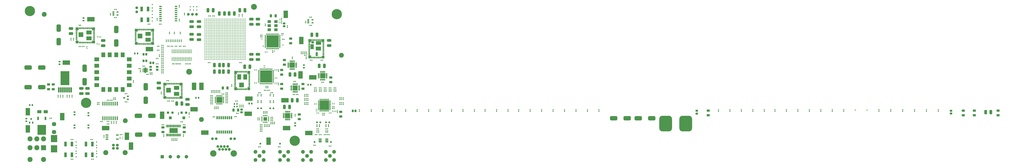
<source format=gbr>
%TF.GenerationSoftware,Altium Limited,Altium Designer,23.11.1 (41)*%
G04 Layer_Color=8388736*
%FSLAX45Y45*%
%MOMM*%
%TF.SameCoordinates,1BD89016-B4D8-4A99-B54A-05B805E6E99A*%
%TF.FilePolarity,Negative*%
%TF.FileFunction,Soldermask,Top*%
%TF.Part,Single*%
G01*
G75*
%TA.AperFunction,SMDPad,CuDef*%
%ADD59R,3.15000X3.15000*%
G04:AMPARAMS|DCode=61|XSize=3.15mm|YSize=3.15mm|CornerRadius=0.1575mm|HoleSize=0mm|Usage=FLASHONLY|Rotation=270.000|XOffset=0mm|YOffset=0mm|HoleType=Round|Shape=RoundedRectangle|*
%AMROUNDEDRECTD61*
21,1,3.15000,2.83500,0,0,270.0*
21,1,2.83500,3.15000,0,0,270.0*
1,1,0.31500,-1.41750,-1.41750*
1,1,0.31500,-1.41750,1.41750*
1,1,0.31500,1.41750,1.41750*
1,1,0.31500,1.41750,-1.41750*
%
%ADD61ROUNDEDRECTD61*%
G04:AMPARAMS|DCode=70|XSize=3.15mm|YSize=3.15mm|CornerRadius=0.1575mm|HoleSize=0mm|Usage=FLASHONLY|Rotation=0.000|XOffset=0mm|YOffset=0mm|HoleType=Round|Shape=RoundedRectangle|*
%AMROUNDEDRECTD70*
21,1,3.15000,2.83500,0,0,0.0*
21,1,2.83500,3.15000,0,0,0.0*
1,1,0.31500,1.41750,-1.41750*
1,1,0.31500,-1.41750,-1.41750*
1,1,0.31500,-1.41750,1.41750*
1,1,0.31500,1.41750,1.41750*
%
%ADD70ROUNDEDRECTD70*%
%TA.AperFunction,NonConductor*%
%ADD156R,5.16000X3.10000*%
%TA.AperFunction,SMDPad,CuDef*%
G04:AMPARAMS|DCode=157|XSize=4.527mm|YSize=2.627mm|CornerRadius=0.6885mm|HoleSize=0mm|Usage=FLASHONLY|Rotation=0.000|XOffset=0mm|YOffset=0mm|HoleType=Round|Shape=RoundedRectangle|*
%AMROUNDEDRECTD157*
21,1,4.52700,1.25000,0,0,0.0*
21,1,3.15000,2.62700,0,0,0.0*
1,1,1.37700,1.57500,-0.62500*
1,1,1.37700,-1.57500,-0.62500*
1,1,1.37700,-1.57500,0.62500*
1,1,1.37700,1.57500,0.62500*
%
%ADD157ROUNDEDRECTD157*%
%ADD158R,0.90200X1.84180*%
G04:AMPARAMS|DCode=159|XSize=1.8418mm|YSize=0.902mm|CornerRadius=0.2605mm|HoleSize=0mm|Usage=FLASHONLY|Rotation=270.000|XOffset=0mm|YOffset=0mm|HoleType=Round|Shape=RoundedRectangle|*
%AMROUNDEDRECTD159*
21,1,1.84180,0.38100,0,0,270.0*
21,1,1.32080,0.90200,0,0,270.0*
1,1,0.52100,-0.19050,-0.66040*
1,1,0.52100,-0.19050,0.66040*
1,1,0.52100,0.19050,0.66040*
1,1,0.52100,0.19050,-0.66040*
%
%ADD159ROUNDEDRECTD159*%
%TA.AperFunction,ConnectorPad*%
G04:AMPARAMS|DCode=160|XSize=1.9304mm|YSize=1.3208mm|CornerRadius=0.26645mm|HoleSize=0mm|Usage=FLASHONLY|Rotation=180.000|XOffset=0mm|YOffset=0mm|HoleType=Round|Shape=RoundedRectangle|*
%AMROUNDEDRECTD160*
21,1,1.93040,0.78791,0,0,180.0*
21,1,1.39751,1.32080,0,0,180.0*
1,1,0.53289,-0.69875,0.39395*
1,1,0.53289,0.69875,0.39395*
1,1,0.53289,0.69875,-0.39395*
1,1,0.53289,-0.69875,-0.39395*
%
%ADD160ROUNDEDRECTD160*%
%TA.AperFunction,SMDPad,CuDef*%
G04:AMPARAMS|DCode=161|XSize=2.627mm|YSize=1.627mm|CornerRadius=0.3635mm|HoleSize=0mm|Usage=FLASHONLY|Rotation=90.000|XOffset=0mm|YOffset=0mm|HoleType=Round|Shape=RoundedRectangle|*
%AMROUNDEDRECTD161*
21,1,2.62700,0.90000,0,0,90.0*
21,1,1.90000,1.62700,0,0,90.0*
1,1,0.72700,0.45000,0.95000*
1,1,0.72700,0.45000,-0.95000*
1,1,0.72700,-0.45000,-0.95000*
1,1,0.72700,-0.45000,0.95000*
%
%ADD161ROUNDEDRECTD161*%
G04:AMPARAMS|DCode=162|XSize=1.9304mm|YSize=1.3208mm|CornerRadius=0.26645mm|HoleSize=0mm|Usage=FLASHONLY|Rotation=180.000|XOffset=0mm|YOffset=0mm|HoleType=Round|Shape=RoundedRectangle|*
%AMROUNDEDRECTD162*
21,1,1.93040,0.78791,0,0,180.0*
21,1,1.39751,1.32080,0,0,180.0*
1,1,0.53289,-0.69875,0.39395*
1,1,0.53289,0.69875,0.39395*
1,1,0.53289,0.69875,-0.39395*
1,1,0.53289,-0.69875,-0.39395*
%
%ADD162ROUNDEDRECTD162*%
G04:AMPARAMS|DCode=163|XSize=1.524mm|YSize=1.2192mm|CornerRadius=0.26556mm|HoleSize=0mm|Usage=FLASHONLY|Rotation=180.000|XOffset=0mm|YOffset=0mm|HoleType=Round|Shape=RoundedRectangle|*
%AMROUNDEDRECTD163*
21,1,1.52400,0.68809,0,0,180.0*
21,1,0.99289,1.21920,0,0,180.0*
1,1,0.53111,-0.49644,0.34404*
1,1,0.53111,0.49644,0.34404*
1,1,0.53111,0.49644,-0.34404*
1,1,0.53111,-0.49644,-0.34404*
%
%ADD163ROUNDEDRECTD163*%
G04:AMPARAMS|DCode=164|XSize=0.635mm|YSize=0.635mm|CornerRadius=0.2159mm|HoleSize=0mm|Usage=FLASHONLY|Rotation=180.000|XOffset=0mm|YOffset=0mm|HoleType=Round|Shape=RoundedRectangle|*
%AMROUNDEDRECTD164*
21,1,0.63500,0.20320,0,0,180.0*
21,1,0.20320,0.63500,0,0,180.0*
1,1,0.43180,-0.10160,0.10160*
1,1,0.43180,0.10160,0.10160*
1,1,0.43180,0.10160,-0.10160*
1,1,0.43180,-0.10160,-0.10160*
%
%ADD164ROUNDEDRECTD164*%
%ADD165R,0.58420X0.43180*%
G04:AMPARAMS|DCode=166|XSize=7.927mm|YSize=9.727mm|CornerRadius=2.0135mm|HoleSize=0mm|Usage=FLASHONLY|Rotation=0.000|XOffset=0mm|YOffset=0mm|HoleType=Round|Shape=RoundedRectangle|*
%AMROUNDEDRECTD166*
21,1,7.92700,5.70000,0,0,0.0*
21,1,3.90000,9.72700,0,0,0.0*
1,1,4.02700,1.95000,-2.85000*
1,1,4.02700,-1.95000,-2.85000*
1,1,4.02700,-1.95000,2.85000*
1,1,4.02700,1.95000,2.85000*
%
%ADD166ROUNDEDRECTD166*%
G04:AMPARAMS|DCode=167|XSize=1.524mm|YSize=1.2192mm|CornerRadius=0.26556mm|HoleSize=0mm|Usage=FLASHONLY|Rotation=90.000|XOffset=0mm|YOffset=0mm|HoleType=Round|Shape=RoundedRectangle|*
%AMROUNDEDRECTD167*
21,1,1.52400,0.68809,0,0,90.0*
21,1,0.99289,1.21920,0,0,90.0*
1,1,0.53111,0.34404,0.49644*
1,1,0.53111,0.34404,-0.49644*
1,1,0.53111,-0.34404,-0.49644*
1,1,0.53111,-0.34404,0.49644*
%
%ADD167ROUNDEDRECTD167*%
%ADD168R,3.20000X2.30000*%
%ADD169R,1.09000X0.74000*%
%ADD170R,1.74000X1.84000*%
%ADD171R,0.74000X1.09000*%
%ADD172R,1.24000X2.39000*%
%ADD173R,1.50000X1.34000*%
%ADD174R,2.14000X3.15000*%
%ADD175R,3.24000X2.34000*%
G04:AMPARAMS|DCode=176|XSize=2.627mm|YSize=1.627mm|CornerRadius=0.3635mm|HoleSize=0mm|Usage=FLASHONLY|Rotation=180.000|XOffset=0mm|YOffset=0mm|HoleType=Round|Shape=RoundedRectangle|*
%AMROUNDEDRECTD176*
21,1,2.62700,0.90000,0,0,180.0*
21,1,1.90000,1.62700,0,0,180.0*
1,1,0.72700,-0.95000,0.45000*
1,1,0.72700,0.95000,0.45000*
1,1,0.72700,0.95000,-0.45000*
1,1,0.72700,-0.95000,-0.45000*
%
%ADD176ROUNDEDRECTD176*%
G04:AMPARAMS|DCode=177|XSize=2.54mm|YSize=1.79mm|CornerRadius=0.11125mm|HoleSize=0mm|Usage=FLASHONLY|Rotation=270.000|XOffset=0mm|YOffset=0mm|HoleType=Round|Shape=RoundedRectangle|*
%AMROUNDEDRECTD177*
21,1,2.54000,1.56750,0,0,270.0*
21,1,2.31750,1.79000,0,0,270.0*
1,1,0.22250,-0.78375,-1.15875*
1,1,0.22250,-0.78375,1.15875*
1,1,0.22250,0.78375,1.15875*
1,1,0.22250,0.78375,-1.15875*
%
%ADD177ROUNDEDRECTD177*%
G04:AMPARAMS|DCode=178|XSize=0.38mm|YSize=0.74mm|CornerRadius=0.1192mm|HoleSize=0mm|Usage=FLASHONLY|Rotation=270.000|XOffset=0mm|YOffset=0mm|HoleType=Round|Shape=RoundedRectangle|*
%AMROUNDEDRECTD178*
21,1,0.38000,0.50160,0,0,270.0*
21,1,0.14160,0.74000,0,0,270.0*
1,1,0.23840,-0.25080,-0.07080*
1,1,0.23840,-0.25080,0.07080*
1,1,0.23840,0.25080,0.07080*
1,1,0.23840,0.25080,-0.07080*
%
%ADD178ROUNDEDRECTD178*%
G04:AMPARAMS|DCode=179|XSize=1.74mm|YSize=1.84mm|CornerRadius=0.47mm|HoleSize=0mm|Usage=FLASHONLY|Rotation=270.000|XOffset=0mm|YOffset=0mm|HoleType=Round|Shape=RoundedRectangle|*
%AMROUNDEDRECTD179*
21,1,1.74000,0.90000,0,0,270.0*
21,1,0.80000,1.84000,0,0,270.0*
1,1,0.94000,-0.45000,-0.40000*
1,1,0.94000,-0.45000,0.40000*
1,1,0.94000,0.45000,0.40000*
1,1,0.94000,0.45000,-0.40000*
%
%ADD179ROUNDEDRECTD179*%
%ADD180R,2.94000X2.94000*%
%ADD181R,1.84000X1.74000*%
%ADD182R,3.24000X2.49000*%
G04:AMPARAMS|DCode=183|XSize=0.635mm|YSize=0.635mm|CornerRadius=0.2159mm|HoleSize=0mm|Usage=FLASHONLY|Rotation=90.000|XOffset=0mm|YOffset=0mm|HoleType=Round|Shape=RoundedRectangle|*
%AMROUNDEDRECTD183*
21,1,0.63500,0.20320,0,0,90.0*
21,1,0.20320,0.63500,0,0,90.0*
1,1,0.43180,0.10160,0.10160*
1,1,0.43180,0.10160,-0.10160*
1,1,0.43180,-0.10160,-0.10160*
1,1,0.43180,-0.10160,0.10160*
%
%ADD183ROUNDEDRECTD183*%
%TA.AperFunction,BGAPad,CuDef*%
%ADD184C,0.57700*%
%TA.AperFunction,SMDPad,CuDef*%
G04:AMPARAMS|DCode=185|XSize=1.127mm|YSize=0.927mm|CornerRadius=0.2635mm|HoleSize=0mm|Usage=FLASHONLY|Rotation=180.000|XOffset=0mm|YOffset=0mm|HoleType=Round|Shape=RoundedRectangle|*
%AMROUNDEDRECTD185*
21,1,1.12700,0.40000,0,0,180.0*
21,1,0.60000,0.92700,0,0,180.0*
1,1,0.52700,-0.30000,0.20000*
1,1,0.52700,0.30000,0.20000*
1,1,0.52700,0.30000,-0.20000*
1,1,0.52700,-0.30000,-0.20000*
%
%ADD185ROUNDEDRECTD185*%
%ADD186R,0.83820X1.14300*%
%ADD187R,4.64000X2.67000*%
%ADD188R,2.67000X4.64000*%
%ADD189R,2.49000X3.24000*%
%ADD190R,1.74000X1.84000*%
%ADD191R,2.94000X2.94000*%
G04:AMPARAMS|DCode=192|XSize=1.74mm|YSize=1.84mm|CornerRadius=0.47mm|HoleSize=0mm|Usage=FLASHONLY|Rotation=0.000|XOffset=0mm|YOffset=0mm|HoleType=Round|Shape=RoundedRectangle|*
%AMROUNDEDRECTD192*
21,1,1.74000,0.90000,0,0,0.0*
21,1,0.80000,1.84000,0,0,0.0*
1,1,0.94000,0.40000,-0.45000*
1,1,0.94000,-0.40000,-0.45000*
1,1,0.94000,-0.40000,0.45000*
1,1,0.94000,0.40000,0.45000*
%
%ADD192ROUNDEDRECTD192*%
G04:AMPARAMS|DCode=193|XSize=4.527mm|YSize=2.627mm|CornerRadius=0.6885mm|HoleSize=0mm|Usage=FLASHONLY|Rotation=270.000|XOffset=0mm|YOffset=0mm|HoleType=Round|Shape=RoundedRectangle|*
%AMROUNDEDRECTD193*
21,1,4.52700,1.25000,0,0,270.0*
21,1,3.15000,2.62700,0,0,270.0*
1,1,1.37700,-0.62500,-1.57500*
1,1,1.37700,-0.62500,1.57500*
1,1,1.37700,0.62500,1.57500*
1,1,1.37700,0.62500,-1.57500*
%
%ADD193ROUNDEDRECTD193*%
%ADD194O,0.37000X0.94000*%
%ADD195O,0.94000X0.37000*%
%ADD196R,7.54000X7.54000*%
%ADD197R,0.43180X0.58420*%
G04:AMPARAMS|DCode=198|XSize=1.9304mm|YSize=1.3208mm|CornerRadius=0.26645mm|HoleSize=0mm|Usage=FLASHONLY|Rotation=90.000|XOffset=0mm|YOffset=0mm|HoleType=Round|Shape=RoundedRectangle|*
%AMROUNDEDRECTD198*
21,1,1.93040,0.78791,0,0,90.0*
21,1,1.39751,1.32080,0,0,90.0*
1,1,0.53289,0.39395,0.69875*
1,1,0.53289,0.39395,-0.69875*
1,1,0.53289,-0.39395,-0.69875*
1,1,0.53289,-0.39395,0.69875*
%
%ADD198ROUNDEDRECTD198*%
%ADD199R,2.09000X1.69000*%
%ADD200R,2.94000X2.44000*%
%ADD201R,2.44000X2.94000*%
G04:AMPARAMS|DCode=202|XSize=1.09mm|YSize=0.44mm|CornerRadius=0.145mm|HoleSize=0mm|Usage=FLASHONLY|Rotation=0.000|XOffset=0mm|YOffset=0mm|HoleType=Round|Shape=RoundedRectangle|*
%AMROUNDEDRECTD202*
21,1,1.09000,0.15000,0,0,0.0*
21,1,0.80000,0.44000,0,0,0.0*
1,1,0.29000,0.40000,-0.07500*
1,1,0.29000,-0.40000,-0.07500*
1,1,0.29000,-0.40000,0.07500*
1,1,0.29000,0.40000,0.07500*
%
%ADD202ROUNDEDRECTD202*%
G04:AMPARAMS|DCode=203|XSize=0.49mm|YSize=1.14mm|CornerRadius=0.1575mm|HoleSize=0mm|Usage=FLASHONLY|Rotation=0.000|XOffset=0mm|YOffset=0mm|HoleType=Round|Shape=RoundedRectangle|*
%AMROUNDEDRECTD203*
21,1,0.49000,0.82500,0,0,0.0*
21,1,0.17500,1.14000,0,0,0.0*
1,1,0.31500,0.08750,-0.41250*
1,1,0.31500,-0.08750,-0.41250*
1,1,0.31500,-0.08750,0.41250*
1,1,0.31500,0.08750,0.41250*
%
%ADD203ROUNDEDRECTD203*%
G04:AMPARAMS|DCode=204|XSize=0.49mm|YSize=1.14mm|CornerRadius=0.1575mm|HoleSize=0mm|Usage=FLASHONLY|Rotation=270.000|XOffset=0mm|YOffset=0mm|HoleType=Round|Shape=RoundedRectangle|*
%AMROUNDEDRECTD204*
21,1,0.49000,0.82500,0,0,270.0*
21,1,0.17500,1.14000,0,0,270.0*
1,1,0.31500,-0.41250,-0.08750*
1,1,0.31500,-0.41250,0.08750*
1,1,0.31500,0.41250,0.08750*
1,1,0.31500,0.41250,-0.08750*
%
%ADD204ROUNDEDRECTD204*%
%ADD205R,1.54000X2.89000*%
%ADD206R,1.14300X0.83820*%
%ADD207C,3.00000*%
G04:AMPARAMS|DCode=208|XSize=2.4632mm|YSize=2.3632mm|CornerRadius=0.6416mm|HoleSize=0mm|Usage=FLASHONLY|Rotation=180.000|XOffset=0mm|YOffset=0mm|HoleType=Round|Shape=RoundedRectangle|*
%AMROUNDEDRECTD208*
21,1,2.46320,1.08000,0,0,180.0*
21,1,1.18000,2.36320,0,0,180.0*
1,1,1.28320,-0.59000,0.54000*
1,1,1.28320,0.59000,0.54000*
1,1,1.28320,0.59000,-0.54000*
1,1,1.28320,-0.59000,-0.54000*
%
%ADD208ROUNDEDRECTD208*%
%ADD209R,2.65240X1.85240*%
%ADD210R,1.07700X2.12700*%
%ADD211R,5.27700X6.12700*%
%ADD212R,4.01320X4.44500*%
%ADD213R,2.25000X2.25000*%
%ADD214O,0.95000X0.35000*%
%ADD215O,0.35000X0.95000*%
G04:AMPARAMS|DCode=216|XSize=0.4mm|YSize=0.55mm|CornerRadius=0.125mm|HoleSize=0mm|Usage=FLASHONLY|Rotation=90.000|XOffset=0mm|YOffset=0mm|HoleType=Round|Shape=RoundedRectangle|*
%AMROUNDEDRECTD216*
21,1,0.40000,0.30000,0,0,90.0*
21,1,0.15000,0.55000,0,0,90.0*
1,1,0.25000,0.15000,0.07500*
1,1,0.25000,0.15000,-0.07500*
1,1,0.25000,-0.15000,-0.07500*
1,1,0.25000,-0.15000,0.07500*
%
%ADD216ROUNDEDRECTD216*%
%ADD217R,1.77700X0.72700*%
%ADD218R,0.69900X2.43900*%
G04:AMPARAMS|DCode=219|XSize=0.79mm|YSize=0.99mm|CornerRadius=0.2325mm|HoleSize=0mm|Usage=FLASHONLY|Rotation=180.000|XOffset=0mm|YOffset=0mm|HoleType=Round|Shape=RoundedRectangle|*
%AMROUNDEDRECTD219*
21,1,0.79000,0.52500,0,0,180.0*
21,1,0.32500,0.99000,0,0,180.0*
1,1,0.46500,-0.16250,0.26250*
1,1,0.46500,0.16250,0.26250*
1,1,0.46500,0.16250,-0.26250*
1,1,0.46500,-0.16250,-0.26250*
%
%ADD219ROUNDEDRECTD219*%
%ADD220R,0.92700X0.37700*%
%ADD221R,0.37700X0.92700*%
G04:AMPARAMS|DCode=222|XSize=3.527mm|YSize=3.527mm|CornerRadius=0mm|HoleSize=0mm|Usage=FLASHONLY|Rotation=90.000|XOffset=0mm|YOffset=0mm|HoleType=Round|Shape=RoundedRectangle|*
%AMROUNDEDRECTD222*
21,1,3.52700,3.52700,0,0,90.0*
21,1,3.52700,3.52700,0,0,90.0*
1,1,0.00000,1.76350,1.76350*
1,1,0.00000,1.76350,-1.76350*
1,1,0.00000,-1.76350,-1.76350*
1,1,0.00000,-1.76350,1.76350*
%
%ADD222ROUNDEDRECTD222*%
%ADD223C,1.14000*%
%ADD224O,0.42000X0.99000*%
%ADD225O,0.99000X0.42000*%
%ADD226R,5.74000X5.74000*%
%ADD227R,0.76700X0.73700*%
%ADD228O,1.94000X0.54000*%
G04:AMPARAMS|DCode=229|XSize=0.7424mm|YSize=0.6024mm|CornerRadius=0.1887mm|HoleSize=0mm|Usage=FLASHONLY|Rotation=90.000|XOffset=0mm|YOffset=0mm|HoleType=Round|Shape=RoundedRectangle|*
%AMROUNDEDRECTD229*
21,1,0.74240,0.22500,0,0,90.0*
21,1,0.36500,0.60240,0,0,90.0*
1,1,0.37740,0.11250,0.18250*
1,1,0.37740,0.11250,-0.18250*
1,1,0.37740,-0.11250,-0.18250*
1,1,0.37740,-0.11250,0.18250*
%
%ADD229ROUNDEDRECTD229*%
%ADD230R,0.60240X0.74240*%
%ADD231O,0.42700X1.72700*%
%ADD232R,1.75240X1.65240*%
G04:AMPARAMS|DCode=233|XSize=1.3524mm|YSize=1.3524mm|CornerRadius=0.3762mm|HoleSize=0mm|Usage=FLASHONLY|Rotation=180.000|XOffset=0mm|YOffset=0mm|HoleType=Round|Shape=RoundedRectangle|*
%AMROUNDEDRECTD233*
21,1,1.35240,0.60000,0,0,180.0*
21,1,0.60000,1.35240,0,0,180.0*
1,1,0.75240,-0.30000,0.30000*
1,1,0.75240,0.30000,0.30000*
1,1,0.75240,0.30000,-0.30000*
1,1,0.75240,-0.30000,-0.30000*
%
%ADD233ROUNDEDRECTD233*%
%ADD234R,1.35240X1.35240*%
%ADD235R,1.19000X0.74000*%
G04:AMPARAMS|DCode=236|XSize=1.127mm|YSize=0.927mm|CornerRadius=0.2635mm|HoleSize=0mm|Usage=FLASHONLY|Rotation=90.000|XOffset=0mm|YOffset=0mm|HoleType=Round|Shape=RoundedRectangle|*
%AMROUNDEDRECTD236*
21,1,1.12700,0.40000,0,0,90.0*
21,1,0.60000,0.92700,0,0,90.0*
1,1,0.52700,0.20000,0.30000*
1,1,0.52700,0.20000,-0.30000*
1,1,0.52700,-0.20000,-0.30000*
1,1,0.52700,-0.20000,0.30000*
%
%ADD236ROUNDEDRECTD236*%
%TA.AperFunction,BGAPad,CuDef*%
%ADD237C,0.55000*%
%TA.AperFunction,SMDPad,CuDef*%
%ADD238R,1.53700X0.77500*%
G04:AMPARAMS|DCode=239|XSize=3.2mm|YSize=1.03mm|CornerRadius=0.2925mm|HoleSize=0mm|Usage=FLASHONLY|Rotation=90.000|XOffset=0mm|YOffset=0mm|HoleType=Round|Shape=RoundedRectangle|*
%AMROUNDEDRECTD239*
21,1,3.20000,0.44500,0,0,90.0*
21,1,2.61500,1.03000,0,0,90.0*
1,1,0.58500,0.22250,1.30750*
1,1,0.58500,0.22250,-1.30750*
1,1,0.58500,-0.22250,-1.30750*
1,1,0.58500,-0.22250,1.30750*
%
%ADD239ROUNDEDRECTD239*%
%ADD240R,5.49000X8.67999*%
%TA.AperFunction,ComponentPad*%
%ADD241C,6.34000*%
%ADD242C,3.62700*%
%ADD243C,2.32700*%
%ADD244C,3.13720*%
%ADD245C,3.14000*%
%ADD246R,3.14000X3.14000*%
%ADD247R,2.14500X2.14500*%
%ADD248C,2.14500*%
%ADD249C,1.74000*%
%ADD250C,0.72700*%
%ADD251C,1.65100*%
G04:AMPARAMS|DCode=252|XSize=1.651mm|YSize=1.651mm|CornerRadius=0mm|HoleSize=0mm|Usage=FLASHONLY|Rotation=0.000|XOffset=0mm|YOffset=0mm|HoleType=Round|Shape=Octagon|*
%AMOCTAGOND252*
4,1,8,0.82550,-0.41275,0.82550,0.41275,0.41275,0.82550,-0.41275,0.82550,-0.82550,0.41275,-0.82550,-0.41275,-0.41275,-0.82550,0.41275,-0.82550,0.82550,-0.41275,0.0*
%
%ADD252OCTAGOND252*%

%ADD253C,3.93700*%
%ADD254C,1.67640*%
%TA.AperFunction,ViaPad*%
%ADD255C,0.30000*%
G36*
X7681177Y6006796D02*
X7681453D01*
X7681726Y6006753D01*
X7682001Y6006731D01*
X7682269Y6006667D01*
X7682541Y6006624D01*
X7682805Y6006538D01*
X7683073Y6006474D01*
X7683326Y6006369D01*
X7683589Y6006283D01*
X7685427Y6005522D01*
X7685674Y6005396D01*
X7685928Y6005291D01*
X7686162Y6005148D01*
X7686409Y6005022D01*
X7686634Y6004859D01*
X7686868Y6004715D01*
X7687076Y6004538D01*
X7687300Y6004375D01*
X7687496Y6004178D01*
X7687705Y6004000D01*
X7689112Y6002593D01*
X7689291Y6002384D01*
X7689487Y6002188D01*
X7689650Y6001964D01*
X7689828Y6001756D01*
X7689972Y6001520D01*
X7690134Y6001296D01*
X7690259Y6001051D01*
X7690403Y6000816D01*
X7690509Y6000561D01*
X7690635Y6000315D01*
X7691396Y5998477D01*
X7691481Y5998214D01*
X7691586Y5997960D01*
X7691650Y5997693D01*
X7691736Y5997429D01*
X7691779Y5997157D01*
X7691843Y5996889D01*
X7691865Y5996613D01*
X7691908Y5996341D01*
Y5996065D01*
X7691930Y5995791D01*
Y5994796D01*
Y5664796D01*
Y5663802D01*
X7691908Y5663527D01*
Y5663251D01*
X7691865Y5662979D01*
X7691843Y5662703D01*
X7691779Y5662435D01*
X7691736Y5662163D01*
X7691650Y5661900D01*
X7691586Y5661632D01*
X7691481Y5661378D01*
X7691396Y5661115D01*
X7690635Y5659277D01*
X7690509Y5659030D01*
X7690403Y5658776D01*
X7690260Y5658543D01*
X7690134Y5658296D01*
X7689971Y5658071D01*
X7689828Y5657837D01*
X7689650Y5657629D01*
X7689487Y5657404D01*
X7689291Y5657208D01*
X7689112Y5656999D01*
X7687705Y5655592D01*
X7687495Y5655413D01*
X7687301Y5655218D01*
X7687078Y5655057D01*
X7686868Y5654877D01*
X7686634Y5654733D01*
X7686409Y5654570D01*
X7686162Y5654444D01*
X7685928Y5654301D01*
X7685675Y5654196D01*
X7685428Y5654070D01*
X7683590Y5653309D01*
X7683328Y5653224D01*
X7683073Y5653118D01*
X7682805Y5653054D01*
X7682542Y5652969D01*
X7682270Y5652925D01*
X7682001Y5652861D01*
X7681724Y5652839D01*
X7681454Y5652796D01*
X7681180D01*
X7680903Y5652775D01*
X7663914D01*
X7663639Y5652796D01*
X7663363D01*
X7663090Y5652839D01*
X7662816Y5652861D01*
X7662547Y5652925D01*
X7662274Y5652969D01*
X7662012Y5653054D01*
X7661744Y5653118D01*
X7661490Y5653223D01*
X7661227Y5653309D01*
X7659389Y5654070D01*
X7659142Y5654196D01*
X7658888Y5654301D01*
X7658655Y5654444D01*
X7658407Y5654570D01*
X7658183Y5654734D01*
X7657949Y5654877D01*
X7657740Y5655055D01*
X7657516Y5655218D01*
X7657320Y5655414D01*
X7657111Y5655592D01*
X7655705Y5656999D01*
X7655525Y5657209D01*
X7655330Y5657404D01*
X7655169Y5657627D01*
X7654989Y5657837D01*
X7654845Y5658071D01*
X7654682Y5658295D01*
X7654556Y5658543D01*
X7654413Y5658776D01*
X7654308Y5659030D01*
X7654182Y5659277D01*
X7653421Y5661114D01*
X7653336Y5661377D01*
X7653230Y5661632D01*
X7653166Y5661900D01*
X7653081Y5662162D01*
X7653038Y5662434D01*
X7652973Y5662703D01*
X7652951Y5662981D01*
X7652908Y5663251D01*
Y5663525D01*
X7652887Y5663802D01*
Y5664796D01*
Y5994796D01*
Y5995791D01*
X7652908Y5996065D01*
Y5996342D01*
X7652951Y5996614D01*
X7652973Y5996889D01*
X7653038Y5997158D01*
X7653081Y5997430D01*
X7653166Y5997693D01*
X7653230Y5997960D01*
X7653335Y5998214D01*
X7653421Y5998478D01*
X7654182Y6000315D01*
X7654308Y6000562D01*
X7654413Y6000816D01*
X7654556Y6001050D01*
X7654682Y6001297D01*
X7654846Y6001522D01*
X7654989Y6001756D01*
X7655167Y6001964D01*
X7655330Y6002188D01*
X7655526Y6002384D01*
X7655705Y6002593D01*
X7657111Y6004000D01*
X7657320Y6004178D01*
X7657517Y6004375D01*
X7657740Y6004537D01*
X7657949Y6004715D01*
X7658184Y6004860D01*
X7658408Y6005022D01*
X7658653Y6005147D01*
X7658888Y6005291D01*
X7659143Y6005397D01*
X7659390Y6005522D01*
X7661228Y6006283D01*
X7661490Y6006369D01*
X7661744Y6006474D01*
X7662012Y6006538D01*
X7662275Y6006624D01*
X7662548Y6006667D01*
X7662816Y6006731D01*
X7663091Y6006753D01*
X7663364Y6006796D01*
X7663639D01*
X7663914Y6006818D01*
X7680903D01*
X7681177Y6006796D01*
D02*
G37*
G36*
X7731178D02*
X7731453D01*
X7731726Y6006753D01*
X7732001Y6006731D01*
X7732269Y6006667D01*
X7732542Y6006624D01*
X7732805Y6006538D01*
X7733073Y6006474D01*
X7733326Y6006369D01*
X7733589Y6006283D01*
X7735427Y6005522D01*
X7735674Y6005396D01*
X7735928Y6005291D01*
X7736162Y6005148D01*
X7736409Y6005022D01*
X7736634Y6004859D01*
X7736868Y6004715D01*
X7737076Y6004538D01*
X7737300Y6004375D01*
X7737497Y6004178D01*
X7737706Y6004000D01*
X7739112Y6002593D01*
X7739291Y6002384D01*
X7739487Y6002188D01*
X7739650Y6001964D01*
X7739828Y6001756D01*
X7739972Y6001520D01*
X7740135Y6001296D01*
X7740260Y6001051D01*
X7740404Y6000816D01*
X7740509Y6000561D01*
X7740635Y6000315D01*
X7741396Y5998477D01*
X7741481Y5998214D01*
X7741586Y5997960D01*
X7741651Y5997693D01*
X7741736Y5997429D01*
X7741779Y5997157D01*
X7741844Y5996889D01*
X7741865Y5996613D01*
X7741908Y5996341D01*
Y5996065D01*
X7741930Y5995791D01*
Y5994796D01*
Y5664796D01*
Y5663802D01*
X7741908Y5663527D01*
Y5663251D01*
X7741865Y5662979D01*
X7741844Y5662703D01*
X7741779Y5662435D01*
X7741736Y5662163D01*
X7741651Y5661900D01*
X7741586Y5661632D01*
X7741481Y5661378D01*
X7741396Y5661115D01*
X7740635Y5659277D01*
X7740509Y5659030D01*
X7740404Y5658776D01*
X7740260Y5658543D01*
X7740135Y5658296D01*
X7739971Y5658071D01*
X7739828Y5657837D01*
X7739650Y5657629D01*
X7739487Y5657404D01*
X7739291Y5657208D01*
X7739112Y5656999D01*
X7737706Y5655592D01*
X7737495Y5655413D01*
X7737301Y5655218D01*
X7737078Y5655057D01*
X7736868Y5654877D01*
X7736634Y5654733D01*
X7736409Y5654570D01*
X7736162Y5654444D01*
X7735928Y5654301D01*
X7735675Y5654196D01*
X7735428Y5654070D01*
X7733590Y5653309D01*
X7733328Y5653224D01*
X7733073Y5653118D01*
X7732805Y5653054D01*
X7732543Y5652969D01*
X7732271Y5652925D01*
X7732001Y5652861D01*
X7731724Y5652839D01*
X7731454Y5652796D01*
X7731180D01*
X7730903Y5652775D01*
X7713914D01*
X7713639Y5652796D01*
X7713363D01*
X7713090Y5652839D01*
X7712816Y5652861D01*
X7712547Y5652925D01*
X7712275Y5652969D01*
X7712012Y5653054D01*
X7711744Y5653118D01*
X7711490Y5653223D01*
X7711227Y5653309D01*
X7709389Y5654070D01*
X7709142Y5654196D01*
X7708889Y5654301D01*
X7708655Y5654444D01*
X7708407Y5654570D01*
X7708183Y5654734D01*
X7707949Y5654877D01*
X7707740Y5655055D01*
X7707516Y5655218D01*
X7707320Y5655414D01*
X7707111Y5655592D01*
X7705705Y5656999D01*
X7705525Y5657209D01*
X7705331Y5657404D01*
X7705169Y5657627D01*
X7704989Y5657837D01*
X7704846Y5658071D01*
X7704683Y5658295D01*
X7704557Y5658543D01*
X7704413Y5658776D01*
X7704308Y5659030D01*
X7704182Y5659277D01*
X7703421Y5661114D01*
X7703336Y5661377D01*
X7703230Y5661632D01*
X7703166Y5661900D01*
X7703081Y5662162D01*
X7703038Y5662434D01*
X7702973Y5662703D01*
X7702951Y5662981D01*
X7702909Y5663251D01*
Y5663525D01*
X7702887Y5663802D01*
Y5664796D01*
Y5994796D01*
Y5995791D01*
X7702908Y5996065D01*
Y5996342D01*
X7702952Y5996614D01*
X7702973Y5996889D01*
X7703038Y5997158D01*
X7703081Y5997430D01*
X7703166Y5997693D01*
X7703230Y5997960D01*
X7703336Y5998214D01*
X7703421Y5998478D01*
X7704182Y6000315D01*
X7704308Y6000562D01*
X7704413Y6000816D01*
X7704557Y6001050D01*
X7704683Y6001297D01*
X7704846Y6001522D01*
X7704989Y6001756D01*
X7705167Y6001964D01*
X7705330Y6002188D01*
X7705526Y6002384D01*
X7705705Y6002593D01*
X7707111Y6004000D01*
X7707320Y6004178D01*
X7707517Y6004375D01*
X7707740Y6004537D01*
X7707949Y6004715D01*
X7708184Y6004860D01*
X7708408Y6005022D01*
X7708654Y6005147D01*
X7708889Y6005291D01*
X7709144Y6005397D01*
X7709390Y6005522D01*
X7711228Y6006283D01*
X7711491Y6006369D01*
X7711744Y6006474D01*
X7712012Y6006538D01*
X7712275Y6006624D01*
X7712548Y6006667D01*
X7712816Y6006731D01*
X7713092Y6006753D01*
X7713364Y6006796D01*
X7713639D01*
X7713914Y6006818D01*
X7730903D01*
X7731178Y6006796D01*
D02*
G37*
G36*
X18799498Y6746335D02*
X18800571Y6746078D01*
X18800990Y6745903D01*
X18801587Y6745657D01*
X18802527Y6745081D01*
X18803365Y6744365D01*
Y6744365D01*
X18803365D01*
X18804082Y6743527D01*
X18804655Y6742588D01*
X18804903Y6741992D01*
X18805078Y6741570D01*
X18805334Y6740499D01*
X18805421Y6739400D01*
D01*
Y6739400D01*
Y6569400D01*
X18805334Y6568302D01*
X18805078Y6567230D01*
X18804655Y6566212D01*
X18804082Y6565273D01*
X18803365Y6564435D01*
X18802527Y6563719D01*
X18801588Y6563144D01*
X18800571Y6562722D01*
X18799498Y6562465D01*
X18798399Y6562378D01*
X18638400D01*
D01*
X18638400D01*
X18637302Y6562465D01*
X18636230Y6562722D01*
X18635213Y6563144D01*
X18634273Y6563719D01*
X18633435Y6564435D01*
X18632719Y6565273D01*
X18632144Y6566212D01*
X18631721Y6567230D01*
X18631465Y6568302D01*
X18631380Y6569400D01*
Y6569400D01*
D01*
X18631380Y6664400D01*
X18631404Y6664702D01*
X18631406Y6665001D01*
X18631447Y6665247D01*
X18631467Y6665498D01*
X18631537Y6665792D01*
X18631586Y6666089D01*
X18631667Y6666327D01*
X18631725Y6666570D01*
X18631839Y6666848D01*
X18631935Y6667134D01*
X18632050Y6667356D01*
X18632146Y6667588D01*
X18632303Y6667844D01*
X18632442Y6668112D01*
X18632591Y6668315D01*
X18632721Y6668527D01*
X18632916Y6668756D01*
X18633096Y6668999D01*
X18698094Y6743995D01*
X18698273Y6744171D01*
X18698434Y6744361D01*
X18698663Y6744555D01*
X18698878Y6744768D01*
X18699083Y6744914D01*
X18699272Y6745076D01*
X18699529Y6745233D01*
X18699776Y6745409D01*
X18699998Y6745521D01*
X18700212Y6745652D01*
X18700491Y6745768D01*
X18700760Y6745902D01*
X18700996Y6745977D01*
X18701230Y6746074D01*
X18701524Y6746145D01*
X18701810Y6746235D01*
X18702055Y6746272D01*
X18702301Y6746331D01*
X18702605Y6746355D01*
X18702901Y6746400D01*
X18703148Y6746398D01*
X18703400Y6746418D01*
X18798399Y6746422D01*
D01*
X18798399D01*
X18799498Y6746335D01*
D02*
G37*
D59*
X16997539Y4727652D02*
D03*
D61*
X18702800Y5486400D02*
D03*
X16813200Y6146800D02*
D03*
D70*
X16524998Y3012198D02*
D03*
D156*
X9448800Y2082800D02*
D03*
D157*
X1270000Y4775200D02*
D03*
X430000D02*
D03*
X1270000Y5994400D02*
D03*
X430000D02*
D03*
X38277802Y2844800D02*
D03*
X39117801D02*
D03*
X36753799D02*
D03*
X37593799D02*
D03*
X8104400Y2997200D02*
D03*
X7264400D02*
D03*
X8128000Y1828800D02*
D03*
X7288000D02*
D03*
D158*
X12661900Y2882900D02*
D03*
X12788900D02*
D03*
X12915900D02*
D03*
X12153900D02*
D03*
X12280900D02*
D03*
X12407900D02*
D03*
X12534900D02*
D03*
X12661900Y1993900D02*
D03*
X12788900D02*
D03*
X12915900D02*
D03*
X13042900D02*
D03*
X12153900D02*
D03*
X12280900D02*
D03*
X12407900D02*
D03*
X12534900D02*
D03*
D159*
X13042900Y2882900D02*
D03*
D160*
X60604401Y3030220D02*
D03*
Y3319780D02*
D03*
D161*
X59834802Y3225800D02*
D03*
X60154797D02*
D03*
X9644400Y3759200D02*
D03*
X9964400D02*
D03*
X14180800Y6045200D02*
D03*
X13860800D02*
D03*
X18803600Y6096000D02*
D03*
X18483600D02*
D03*
X16328198Y3548598D02*
D03*
X16648198D02*
D03*
X16812138Y3965652D02*
D03*
X17132138D02*
D03*
X18026401Y8026400D02*
D03*
X18346400D02*
D03*
X16671001Y5562600D02*
D03*
X16991000D02*
D03*
X12860001Y6146800D02*
D03*
Y5740400D02*
D03*
X12286000Y9347200D02*
D03*
X13215601D02*
D03*
X13556000Y9550400D02*
D03*
X11907500D02*
D03*
X11981200Y6146800D02*
D03*
Y5740400D02*
D03*
X12540000Y6146800D02*
D03*
Y5740400D02*
D03*
X12606000Y9347200D02*
D03*
X12895599D02*
D03*
X13875999Y9550400D02*
D03*
X11587500D02*
D03*
X12301200Y6146800D02*
D03*
Y5740400D02*
D03*
D162*
X59131201Y3030220D02*
D03*
Y3319780D02*
D03*
X58445398Y3030220D02*
D03*
Y3319780D02*
D03*
X42621201D02*
D03*
Y3030220D02*
D03*
X16712399Y7500620D02*
D03*
Y7790180D02*
D03*
X17250198Y3083778D02*
D03*
Y2794218D02*
D03*
X19201601Y5087620D02*
D03*
Y5377180D02*
D03*
X17475200Y4970780D02*
D03*
Y4681220D02*
D03*
X16154401Y4970780D02*
D03*
Y4681220D02*
D03*
X19820399Y3243580D02*
D03*
Y2954020D02*
D03*
X16154401Y5557520D02*
D03*
Y5847080D02*
D03*
X10109200Y2278380D02*
D03*
Y1988820D02*
D03*
X8788400D02*
D03*
Y2278380D02*
D03*
X16330600Y6172200D02*
D03*
X1983106Y4943870D02*
D03*
X1696806D02*
D03*
X16330600Y6461760D02*
D03*
X1983106Y4654310D02*
D03*
X1696806D02*
D03*
D163*
X57683398Y3140710D02*
D03*
Y3310890D02*
D03*
X41910001Y3315970D02*
D03*
Y3135630D02*
D03*
X8435205Y6036484D02*
D03*
Y5866304D02*
D03*
X16306000Y8729490D02*
D03*
Y8559310D02*
D03*
X8028805Y5866304D02*
D03*
Y6036484D02*
D03*
X13665199Y3387090D02*
D03*
Y3216910D02*
D03*
D164*
X56896002Y3282950D02*
D03*
Y3371850D02*
D03*
X56159399Y3282950D02*
D03*
Y3371850D02*
D03*
X55422803Y3282950D02*
D03*
Y3371850D02*
D03*
X54686200Y3282950D02*
D03*
Y3371850D02*
D03*
X53949597Y3282950D02*
D03*
Y3371850D02*
D03*
X53213000Y3282950D02*
D03*
Y3371850D02*
D03*
X51028601Y3282950D02*
D03*
Y3371850D02*
D03*
X50317401Y3282950D02*
D03*
Y3371850D02*
D03*
X49606201Y3282950D02*
D03*
Y3371850D02*
D03*
X48895001Y3282950D02*
D03*
Y3371850D02*
D03*
X48183801Y3282950D02*
D03*
Y3371850D02*
D03*
X47472601Y3282950D02*
D03*
Y3371850D02*
D03*
X46761401Y3282950D02*
D03*
Y3371850D02*
D03*
X46101001Y3282950D02*
D03*
Y3371850D02*
D03*
X45389801Y3282950D02*
D03*
Y3371850D02*
D03*
X44678601Y3282950D02*
D03*
Y3371850D02*
D03*
X43967401Y3282950D02*
D03*
Y3371850D02*
D03*
X43256201Y3282950D02*
D03*
Y3371850D02*
D03*
X35839401Y3282950D02*
D03*
Y3371850D02*
D03*
X35128201Y3282950D02*
D03*
Y3371850D02*
D03*
X34417001Y3282950D02*
D03*
Y3371850D02*
D03*
X33705801Y3282950D02*
D03*
Y3371850D02*
D03*
X32994601Y3282950D02*
D03*
Y3371850D02*
D03*
X32283401Y3282950D02*
D03*
Y3371850D02*
D03*
X31572198Y3282950D02*
D03*
Y3371850D02*
D03*
X30860999Y3282950D02*
D03*
Y3371850D02*
D03*
X30200601Y3282950D02*
D03*
Y3371850D02*
D03*
X29489401Y3282950D02*
D03*
Y3371850D02*
D03*
X28778201Y3282950D02*
D03*
Y3371850D02*
D03*
X28117801Y3282950D02*
D03*
Y3371850D02*
D03*
X27406601Y3282950D02*
D03*
Y3371850D02*
D03*
X26695401Y3282950D02*
D03*
Y3371850D02*
D03*
X25984201Y3282950D02*
D03*
Y3371850D02*
D03*
X25273000Y3282950D02*
D03*
Y3371850D02*
D03*
X24561800Y3282950D02*
D03*
Y3371850D02*
D03*
X23850600Y3282950D02*
D03*
Y3371850D02*
D03*
X23139400Y3282950D02*
D03*
Y3371850D02*
D03*
X22428200Y3282950D02*
D03*
Y3371850D02*
D03*
X21717000Y3282950D02*
D03*
Y3371850D02*
D03*
X20980400Y3282950D02*
D03*
Y3371850D02*
D03*
X9118600Y7613650D02*
D03*
Y7702550D02*
D03*
X9194800Y8096250D02*
D03*
Y8185150D02*
D03*
X9867900Y8096250D02*
D03*
Y8185150D02*
D03*
X8572500Y6686550D02*
D03*
Y6775450D02*
D03*
X3234635Y7799490D02*
D03*
Y7710590D02*
D03*
X3082235D02*
D03*
Y7799490D02*
D03*
X15137601Y8599950D02*
D03*
Y8688850D02*
D03*
X16144936Y8954999D02*
D03*
Y9043899D02*
D03*
X15594800Y7029450D02*
D03*
Y6940550D02*
D03*
X16144936Y8847049D02*
D03*
Y8758149D02*
D03*
X16509200Y8498350D02*
D03*
Y8587250D02*
D03*
X17373599Y6953250D02*
D03*
Y6864350D02*
D03*
X17475200Y6953250D02*
D03*
Y6864350D02*
D03*
X17576801Y6953250D02*
D03*
Y6864350D02*
D03*
X17678400Y6559550D02*
D03*
Y6648450D02*
D03*
Y6953250D02*
D03*
Y6864350D02*
D03*
X6959600Y5175250D02*
D03*
Y5086350D02*
D03*
X16996198Y3085048D02*
D03*
Y2996148D02*
D03*
X15951199Y5022850D02*
D03*
Y4933950D02*
D03*
X16814799Y6553200D02*
D03*
Y6642100D02*
D03*
X13055600Y4921250D02*
D03*
Y4832350D02*
D03*
X8686800Y4375150D02*
D03*
Y4464050D02*
D03*
X8002208Y5671046D02*
D03*
Y5582146D02*
D03*
X8103808Y5671046D02*
D03*
Y5582146D02*
D03*
X7392608Y5734546D02*
D03*
Y5823446D02*
D03*
X5130800Y1682750D02*
D03*
Y1771650D02*
D03*
X5740400Y2635250D02*
D03*
Y2546350D02*
D03*
X5588000Y2635250D02*
D03*
Y2546350D02*
D03*
X5892800Y2635250D02*
D03*
Y2546350D02*
D03*
X13766800Y3562350D02*
D03*
Y3651250D02*
D03*
X13665199Y3562350D02*
D03*
Y3651250D02*
D03*
X13563600Y3562350D02*
D03*
Y3651250D02*
D03*
X12113377Y3538237D02*
D03*
Y3449337D02*
D03*
X12011777Y3538237D02*
D03*
Y3449337D02*
D03*
X12214977Y3538237D02*
D03*
Y3449337D02*
D03*
X11910177Y4465337D02*
D03*
Y4554237D02*
D03*
X11808577Y4465337D02*
D03*
Y4554237D02*
D03*
X12214977Y4465337D02*
D03*
Y4554237D02*
D03*
X12113377Y4465337D02*
D03*
Y4554237D02*
D03*
X12316577Y4465337D02*
D03*
Y4554237D02*
D03*
X12011777Y4465337D02*
D03*
Y4554237D02*
D03*
X5842000Y4108450D02*
D03*
Y4019550D02*
D03*
X5740400Y4108450D02*
D03*
Y4019550D02*
D03*
X18804401Y4527550D02*
D03*
Y4616450D02*
D03*
X18906000Y4527550D02*
D03*
Y4616450D02*
D03*
X18347200Y2076450D02*
D03*
Y1987550D02*
D03*
X18448801Y2076450D02*
D03*
Y1987550D02*
D03*
X18906000Y2073150D02*
D03*
Y1984250D02*
D03*
X19007600Y2073150D02*
D03*
Y1984250D02*
D03*
X19617200Y3302000D02*
D03*
Y3213100D02*
D03*
X18601199Y4527550D02*
D03*
Y4616450D02*
D03*
X18499600Y4527550D02*
D03*
Y4616450D02*
D03*
X19972800Y3803650D02*
D03*
Y3714750D02*
D03*
Y4108450D02*
D03*
Y4019550D02*
D03*
X19515601Y4527550D02*
D03*
Y4616450D02*
D03*
X19414000Y4527550D02*
D03*
Y4616450D02*
D03*
X19217149Y4527550D02*
D03*
Y4616450D02*
D03*
X19115550Y4527550D02*
D03*
Y4616450D02*
D03*
X18296400Y4527550D02*
D03*
Y4616450D02*
D03*
X18194800Y4527550D02*
D03*
Y4616450D02*
D03*
X17585201Y4222750D02*
D03*
Y4311650D02*
D03*
Y3968750D02*
D03*
Y4057650D02*
D03*
Y3714750D02*
D03*
Y3803650D02*
D03*
X3149600Y4171950D02*
D03*
Y4260850D02*
D03*
X2844800D02*
D03*
Y4171950D02*
D03*
X2585806Y4260850D02*
D03*
Y4171950D02*
D03*
X2286000D02*
D03*
Y4260850D02*
D03*
X2438400D02*
D03*
Y4171950D02*
D03*
X15951199Y5765800D02*
D03*
Y5854700D02*
D03*
X15189200Y4743450D02*
D03*
Y4832350D02*
D03*
X15290800Y4743450D02*
D03*
Y4832350D02*
D03*
X15646400Y4222750D02*
D03*
Y4311650D02*
D03*
X15443201Y4241800D02*
D03*
Y4330700D02*
D03*
X14681200Y4235450D02*
D03*
Y4324350D02*
D03*
X14884399Y4235450D02*
D03*
Y4324350D02*
D03*
X15239999Y3168650D02*
D03*
Y3257550D02*
D03*
X15138400Y3168650D02*
D03*
Y3257550D02*
D03*
X15087601Y2432050D02*
D03*
Y2343150D02*
D03*
X15189200Y2432050D02*
D03*
Y2343150D02*
D03*
X15036800Y3168650D02*
D03*
Y3257550D02*
D03*
X15595599Y2597150D02*
D03*
Y2508250D02*
D03*
X15290800Y2432050D02*
D03*
Y2343150D02*
D03*
X15494000Y2508250D02*
D03*
Y2597150D02*
D03*
X15392400Y2343150D02*
D03*
Y2432050D02*
D03*
X15697200Y2508250D02*
D03*
Y2597150D02*
D03*
X13716000Y9201150D02*
D03*
Y9290050D02*
D03*
X13512801Y9201150D02*
D03*
Y9290050D02*
D03*
X8432800Y9036050D02*
D03*
Y8947150D02*
D03*
X9804400Y9759950D02*
D03*
Y9848850D02*
D03*
X9448800Y1479550D02*
D03*
Y1568450D02*
D03*
X9652000D02*
D03*
Y1479550D02*
D03*
X9550400Y1568450D02*
D03*
Y1479550D02*
D03*
X9347200Y1568450D02*
D03*
Y1479550D02*
D03*
X10058400Y1733550D02*
D03*
Y1822450D02*
D03*
X8839200Y1733550D02*
D03*
Y1822450D02*
D03*
X9753600Y3092450D02*
D03*
Y3181350D02*
D03*
X10414000D02*
D03*
Y3092450D02*
D03*
X5540500Y9254350D02*
D03*
Y9343250D02*
D03*
X17651277Y8772597D02*
D03*
Y8861497D02*
D03*
X9817100Y7702550D02*
D03*
X9499600Y8185150D02*
D03*
X2997200Y4171950D02*
D03*
X9804400Y8985250D02*
D03*
X10127300Y9361650D02*
D03*
X9804400Y8896350D02*
D03*
X10127300Y9272750D02*
D03*
X9817100Y7613650D02*
D03*
X9245600Y7702550D02*
D03*
Y7613650D02*
D03*
X9702800Y7702550D02*
D03*
Y7613650D02*
D03*
X9931400Y7702550D02*
D03*
Y7613650D02*
D03*
X9499600Y8096250D02*
D03*
X9474200Y7702550D02*
D03*
Y7613650D02*
D03*
X9359900Y7702550D02*
D03*
Y7613650D02*
D03*
X9004300Y7702550D02*
D03*
Y7613650D02*
D03*
X9588500Y7702550D02*
D03*
Y7613650D02*
D03*
X2997200Y4260850D02*
D03*
D165*
X52476398Y3324860D02*
D03*
Y3380740D02*
D03*
X51739801Y3324860D02*
D03*
Y3380740D02*
D03*
X4724400Y7874000D02*
D03*
Y7929880D02*
D03*
X4826000Y7868920D02*
D03*
Y7924800D02*
D03*
X4927600Y7868920D02*
D03*
Y7924800D02*
D03*
X16043336Y8948649D02*
D03*
Y9004529D02*
D03*
X15239200Y6985000D02*
D03*
Y6929120D02*
D03*
X15137601Y6985000D02*
D03*
Y6929120D02*
D03*
X15696400Y7035800D02*
D03*
Y6979920D02*
D03*
X16043336Y8824189D02*
D03*
Y8768309D02*
D03*
X4707835Y7501040D02*
D03*
Y7445160D02*
D03*
X4826000Y7467600D02*
D03*
Y7411720D02*
D03*
X19109200Y3200400D02*
D03*
Y3144520D02*
D03*
X19210800Y3200400D02*
D03*
Y3144520D02*
D03*
X18347200Y3200400D02*
D03*
Y3144520D02*
D03*
X18448801Y3200400D02*
D03*
Y3144520D02*
D03*
X18194800Y3708400D02*
D03*
Y3764280D02*
D03*
X19312399Y3731260D02*
D03*
Y3787140D02*
D03*
X18296400Y3708400D02*
D03*
Y3764280D02*
D03*
X19515601Y3307080D02*
D03*
Y3251200D02*
D03*
X19414000Y3307080D02*
D03*
Y3251200D02*
D03*
Y3731260D02*
D03*
Y3787140D02*
D03*
X19312399Y3307080D02*
D03*
Y3251200D02*
D03*
X14478000Y5069840D02*
D03*
Y5013960D02*
D03*
X15748000Y5046980D02*
D03*
Y4991100D02*
D03*
X15849600Y5046980D02*
D03*
Y4991100D02*
D03*
X14579601Y5069840D02*
D03*
Y5013960D02*
D03*
Y5826760D02*
D03*
Y5882640D02*
D03*
X15748000Y5826760D02*
D03*
Y5882640D02*
D03*
X15849600Y5318760D02*
D03*
Y5374640D02*
D03*
X14478000Y5826760D02*
D03*
Y5882640D02*
D03*
X15849600Y5826760D02*
D03*
Y5882640D02*
D03*
X15748000Y5318760D02*
D03*
Y5374640D02*
D03*
X10414000Y2905760D02*
D03*
Y2961640D02*
D03*
D166*
X39979599Y2514600D02*
D03*
X41229599D02*
D03*
D167*
X20565109Y3302000D02*
D03*
X20735291D02*
D03*
X8018718Y6286996D02*
D03*
X8188898D02*
D03*
X7758295Y6814994D02*
D03*
X7588115D02*
D03*
X7758295Y6408594D02*
D03*
X7588115D02*
D03*
D168*
X18440401Y7518400D02*
D03*
D169*
X18750900Y7519400D02*
D03*
Y7159400D02*
D03*
Y7069400D02*
D03*
Y6979400D02*
D03*
Y6889400D02*
D03*
Y6799400D02*
D03*
Y7249400D02*
D03*
Y7339400D02*
D03*
Y7429400D02*
D03*
X17865900Y7519400D02*
D03*
Y7429400D02*
D03*
Y7339400D02*
D03*
Y7249400D02*
D03*
Y6799400D02*
D03*
Y6889400D02*
D03*
Y6979400D02*
D03*
Y7069400D02*
D03*
Y7159400D02*
D03*
X7099900Y7911810D02*
D03*
Y7821810D02*
D03*
Y8091810D02*
D03*
Y8001810D02*
D03*
Y7731810D02*
D03*
Y8181810D02*
D03*
Y7641810D02*
D03*
X8184900Y8091810D02*
D03*
Y8001810D02*
D03*
Y7911810D02*
D03*
Y7821810D02*
D03*
Y7731810D02*
D03*
Y8181810D02*
D03*
Y7641810D02*
D03*
X14152699Y5549900D02*
D03*
Y4829900D02*
D03*
Y4919900D02*
D03*
Y5009900D02*
D03*
Y5189900D02*
D03*
Y5369900D02*
D03*
Y5459900D02*
D03*
X13267700Y4829900D02*
D03*
Y5549900D02*
D03*
Y5459900D02*
D03*
Y5369900D02*
D03*
Y5279900D02*
D03*
Y5189900D02*
D03*
Y5099900D02*
D03*
Y5009900D02*
D03*
Y4919900D02*
D03*
X14152699Y5099900D02*
D03*
Y5279900D02*
D03*
X3432335Y8174840D02*
D03*
Y8084840D02*
D03*
Y7814840D02*
D03*
Y8264840D02*
D03*
X4517335Y8174840D02*
D03*
Y8084840D02*
D03*
Y7994840D02*
D03*
Y8264840D02*
D03*
X3432335Y7724840D02*
D03*
X4517335Y7904840D02*
D03*
Y7814840D02*
D03*
Y7724840D02*
D03*
X3432335Y7994840D02*
D03*
Y7904840D02*
D03*
X8871800Y4736000D02*
D03*
Y4646000D02*
D03*
Y4376000D02*
D03*
Y4826000D02*
D03*
Y4286000D02*
D03*
X9956800Y4736000D02*
D03*
Y4646000D02*
D03*
Y4556000D02*
D03*
Y4466000D02*
D03*
Y4376000D02*
D03*
Y4826000D02*
D03*
Y4286000D02*
D03*
X8871800Y4556000D02*
D03*
Y4466000D02*
D03*
D170*
X18718401Y7664400D02*
D03*
X17898399D02*
D03*
Y6654400D02*
D03*
D171*
X18308400Y7701900D02*
D03*
X18398399D02*
D03*
X18488400D02*
D03*
X18578400D02*
D03*
X18218401D02*
D03*
X18128400D02*
D03*
X18038400D02*
D03*
Y6616900D02*
D03*
X18128400D02*
D03*
X18218401D02*
D03*
X18578400D02*
D03*
X18488400D02*
D03*
X18398399D02*
D03*
X18308400D02*
D03*
X7732400Y7464310D02*
D03*
X7552400D02*
D03*
X7372400Y8349310D02*
D03*
X7462400D02*
D03*
X7552400D02*
D03*
X7642400D02*
D03*
X7732400D02*
D03*
X7822400D02*
D03*
X7912400D02*
D03*
X8002400D02*
D03*
X7282400D02*
D03*
X7912400Y7464310D02*
D03*
X7822400D02*
D03*
X7642400D02*
D03*
X7462400D02*
D03*
X7372400D02*
D03*
X7282400D02*
D03*
X8002400D02*
D03*
X13975200Y5732400D02*
D03*
X13435201D02*
D03*
X13885201D02*
D03*
X13795200D02*
D03*
X13705200D02*
D03*
X13615199D02*
D03*
X13525200D02*
D03*
X13975200Y4647400D02*
D03*
X13435201D02*
D03*
X13885201D02*
D03*
X13615199D02*
D03*
X13525200D02*
D03*
X13795200D02*
D03*
X13705200D02*
D03*
X3704835Y8432339D02*
D03*
X3794835D02*
D03*
X3884835D02*
D03*
X3974835D02*
D03*
X4064835D02*
D03*
X4154835D02*
D03*
X4244835D02*
D03*
X4334835D02*
D03*
X3614835D02*
D03*
X3974835Y7547339D02*
D03*
X3794835D02*
D03*
X3704835D02*
D03*
X3614835D02*
D03*
X4244835D02*
D03*
X4154835D02*
D03*
X4334835D02*
D03*
X4064835D02*
D03*
X3884835D02*
D03*
X9144300Y4993500D02*
D03*
X9234300D02*
D03*
X9324300D02*
D03*
X9414300D02*
D03*
X9504300D02*
D03*
X9594300D02*
D03*
X9684300D02*
D03*
X9774300D02*
D03*
X9054300D02*
D03*
X9684300Y4108500D02*
D03*
X9594300D02*
D03*
X9414300D02*
D03*
X9234300D02*
D03*
X9144300D02*
D03*
X9054300D02*
D03*
X9774300D02*
D03*
X9504300D02*
D03*
X9324300D02*
D03*
D172*
X18330400Y6829400D02*
D03*
D173*
X18075400Y7565400D02*
D03*
D174*
X18043401Y7291400D02*
D03*
D175*
X18438400Y7170400D02*
D03*
D176*
X10312400Y3700800D02*
D03*
Y4020800D02*
D03*
X11023600Y8046700D02*
D03*
Y7726700D02*
D03*
X10566400Y7739400D02*
D03*
Y8059400D02*
D03*
Y8526800D02*
D03*
Y8846800D02*
D03*
X11023600Y8526800D02*
D03*
Y8846800D02*
D03*
X3082235Y8103040D02*
D03*
Y8423040D02*
D03*
X5080000Y7670800D02*
D03*
Y7350800D02*
D03*
X19100800Y7358400D02*
D03*
Y7678400D02*
D03*
X14274800Y8999200D02*
D03*
X14681200D02*
D03*
Y6494800D02*
D03*
X14274800D02*
D03*
X8534400Y5036800D02*
D03*
X4109806Y4382810D02*
D03*
X3728806D02*
D03*
X14274800Y8679200D02*
D03*
X14681200D02*
D03*
Y6814800D02*
D03*
X14274800D02*
D03*
X8534400Y4716800D02*
D03*
X4109806Y4702810D02*
D03*
X3728806D02*
D03*
D177*
X7697408Y5829796D02*
D03*
D178*
X7557408D02*
D03*
X7837408Y5879796D02*
D03*
X7557408D02*
D03*
Y5729796D02*
D03*
Y5929796D02*
D03*
Y5779796D02*
D03*
X7837408Y5929796D02*
D03*
Y5829796D02*
D03*
Y5779796D02*
D03*
Y5729796D02*
D03*
D179*
X7137400Y7496810D02*
D03*
X3469835Y7579840D02*
D03*
X8909300Y4141000D02*
D03*
D180*
X7367400Y7951810D02*
D03*
X3699835Y8034840D02*
D03*
X9139300Y4596000D02*
D03*
D181*
X7137400Y8316810D02*
D03*
X8147400D02*
D03*
Y7496810D02*
D03*
X4479835Y8399839D02*
D03*
Y7579840D02*
D03*
X3469835Y8399839D02*
D03*
X9919300Y4961000D02*
D03*
Y4141000D02*
D03*
X8909300Y4961000D02*
D03*
D182*
X7867400Y7722810D02*
D03*
Y8089810D02*
D03*
X4199835Y8172840D02*
D03*
Y7805840D02*
D03*
X9639300Y4367000D02*
D03*
Y4734000D02*
D03*
D183*
X8807450Y5880100D02*
D03*
X8718550D02*
D03*
X8807450Y5994400D02*
D03*
X8718550D02*
D03*
X8807450Y5778500D02*
D03*
X8718550D02*
D03*
X8807450Y6108700D02*
D03*
X8718550D02*
D03*
X8807450Y6223000D02*
D03*
X8718550D02*
D03*
X8807450Y6565900D02*
D03*
X8718550D02*
D03*
X8807450Y6451600D02*
D03*
X8718550D02*
D03*
X8807450Y6337300D02*
D03*
X8718550D02*
D03*
X9859010Y6230173D02*
D03*
X9770110D02*
D03*
X8718550Y5664200D02*
D03*
X8807450D02*
D03*
X9302750Y7315200D02*
D03*
X9391650D02*
D03*
X9556750D02*
D03*
X9645650D02*
D03*
X9810750D02*
D03*
X9899650D02*
D03*
X8718550Y6908800D02*
D03*
X8807450D02*
D03*
X8718550Y6794500D02*
D03*
X8807450D02*
D03*
X3679135Y8618640D02*
D03*
X3590235D02*
D03*
X16210750Y7747000D02*
D03*
X16299651D02*
D03*
X16165030Y8085600D02*
D03*
X16253931D02*
D03*
X14941550Y7899400D02*
D03*
X14852650D02*
D03*
X14941550Y8001000D02*
D03*
X14852650D02*
D03*
X11699977Y6299987D02*
D03*
X11611077D02*
D03*
X18747250Y5080000D02*
D03*
X18658350D02*
D03*
X3194050Y1524000D02*
D03*
X3105150D02*
D03*
X1784350Y2844800D02*
D03*
X1873250D02*
D03*
X18605499Y6451600D02*
D03*
X18694400D02*
D03*
X17672050Y6756400D02*
D03*
X17583150D02*
D03*
X18027650Y6451600D02*
D03*
X17938750D02*
D03*
X6546850Y3860800D02*
D03*
X6457950D02*
D03*
Y4368800D02*
D03*
X6546850D02*
D03*
X17080087Y4321252D02*
D03*
X17168988D02*
D03*
X16876888D02*
D03*
X16965788D02*
D03*
X16922749Y5130800D02*
D03*
X17011650D02*
D03*
X12706350Y3810000D02*
D03*
X12795250D02*
D03*
X3596585Y7297840D02*
D03*
X3685485D02*
D03*
X3799785D02*
D03*
X3888685D02*
D03*
X9137650Y5181600D02*
D03*
X9048750D02*
D03*
X9099550Y3911600D02*
D03*
X9188450D02*
D03*
X9353550D02*
D03*
X9442450D02*
D03*
X7551358Y6083796D02*
D03*
X7640258D02*
D03*
X7386258Y5931396D02*
D03*
X7297358D02*
D03*
X7791450Y5575300D02*
D03*
X7880350D02*
D03*
X6242050Y1828800D02*
D03*
X6153150D02*
D03*
X5022850Y2641600D02*
D03*
X4933950D02*
D03*
X5340350D02*
D03*
X5429250D02*
D03*
Y2489200D02*
D03*
X5340350D02*
D03*
X13455650Y3149600D02*
D03*
X13366750D02*
D03*
X13404849Y3911600D02*
D03*
X13315950D02*
D03*
X12468977Y4357387D02*
D03*
X12557877D02*
D03*
X13252451Y2946400D02*
D03*
X13341350D02*
D03*
X11995150Y2933700D02*
D03*
X11906250D02*
D03*
X11853027Y3849387D02*
D03*
X11764127D02*
D03*
X11853027Y3950987D02*
D03*
X11764127D02*
D03*
X11853027Y4052587D02*
D03*
X11764127D02*
D03*
X11853027Y4154187D02*
D03*
X11764127D02*
D03*
X12706350Y3911600D02*
D03*
X12795250D02*
D03*
X11853027Y3747787D02*
D03*
X11764127D02*
D03*
X12706350Y4114800D02*
D03*
X12795250D02*
D03*
X12706350Y4216400D02*
D03*
X12795250D02*
D03*
X12706350Y4318000D02*
D03*
X12795250D02*
D03*
X12706350Y4419600D02*
D03*
X12795250D02*
D03*
X12706350Y4013200D02*
D03*
X12795250D02*
D03*
X11853027Y4255787D02*
D03*
X11764127D02*
D03*
X5429250Y3962400D02*
D03*
X5340350D02*
D03*
X5543550D02*
D03*
X5632450D02*
D03*
X18810750Y4724400D02*
D03*
X18899651D02*
D03*
X18340849Y1828800D02*
D03*
X18251950D02*
D03*
X18505949D02*
D03*
X18594850D02*
D03*
X18347200Y2184400D02*
D03*
X18436099D02*
D03*
X19001250D02*
D03*
X18912350D02*
D03*
X19318750Y3556000D02*
D03*
X19407651D02*
D03*
X19318750Y3454400D02*
D03*
X19407651D02*
D03*
X18798050Y3048000D02*
D03*
X18709151D02*
D03*
X18798050Y3149600D02*
D03*
X18709151D02*
D03*
X19013950Y1828800D02*
D03*
X19102850D02*
D03*
X18899651D02*
D03*
X18810750D02*
D03*
X19204449Y1117600D02*
D03*
X19115550D02*
D03*
X18150349Y1168400D02*
D03*
X18239250D02*
D03*
X18505949Y4724400D02*
D03*
X18594850D02*
D03*
X19775951Y3708400D02*
D03*
X19864850D02*
D03*
X19775951Y3810000D02*
D03*
X19864850D02*
D03*
Y4013200D02*
D03*
X19775951D02*
D03*
Y4114800D02*
D03*
X19864850D02*
D03*
X19115550Y4724400D02*
D03*
X19204449D02*
D03*
X19509250D02*
D03*
X19420351D02*
D03*
X18201151D02*
D03*
X18290050D02*
D03*
X17782050Y4318000D02*
D03*
X17693150D02*
D03*
X17782050Y4216400D02*
D03*
X17693150D02*
D03*
X17782050Y4064000D02*
D03*
X17693150D02*
D03*
X17782050Y3962400D02*
D03*
X17693150D02*
D03*
Y3810000D02*
D03*
X17782050D02*
D03*
X17693150Y3708400D02*
D03*
X17782050D02*
D03*
X15297150Y4584700D02*
D03*
X15386050D02*
D03*
X15182851D02*
D03*
X15093950D02*
D03*
X15500349Y4432300D02*
D03*
X15589250D02*
D03*
X14738350D02*
D03*
X14827251D02*
D03*
X14776450Y2857500D02*
D03*
X14687550D02*
D03*
X14776450Y2755900D02*
D03*
X14687550D02*
D03*
X15589250Y2705100D02*
D03*
X15500349D02*
D03*
X15589250Y2806700D02*
D03*
X15500349D02*
D03*
Y2908300D02*
D03*
X15589250D02*
D03*
X16046449Y1066800D02*
D03*
X15957550D02*
D03*
X14839951Y2146300D02*
D03*
X14928850D02*
D03*
Y2044700D02*
D03*
X14839951D02*
D03*
X14827251Y1066800D02*
D03*
X14738350D02*
D03*
X14839951Y2451100D02*
D03*
X14928850D02*
D03*
Y2247900D02*
D03*
X14839951D02*
D03*
X14928850Y2349500D02*
D03*
X14839951D02*
D03*
X7880350Y8686800D02*
D03*
X7969250D02*
D03*
X11893550Y9194800D02*
D03*
X11982450D02*
D03*
X11728450D02*
D03*
X11639550D02*
D03*
X13658850Y6299200D02*
D03*
X13569949D02*
D03*
X8680450Y8686800D02*
D03*
X8591550D02*
D03*
X9912350Y2628900D02*
D03*
X10001250D02*
D03*
X10064750Y2438400D02*
D03*
X10153650D02*
D03*
X8832850D02*
D03*
X8743950D02*
D03*
X4413250Y1524000D02*
D03*
X4324350D02*
D03*
X4375150Y304800D02*
D03*
X4464050D02*
D03*
X5804150Y9095600D02*
D03*
X5893050D02*
D03*
X5804150Y9603600D02*
D03*
X5893050D02*
D03*
X17911627Y8613847D02*
D03*
X18000526D02*
D03*
X17911627Y9121847D02*
D03*
X18000526D02*
D03*
X10214610Y6230173D02*
D03*
X8388350Y6223000D02*
D03*
Y6553200D02*
D03*
X8451850Y7073900D02*
D03*
Y7315200D02*
D03*
X10494010Y6230173D02*
D03*
X10153650Y7315200D02*
D03*
X9086850D02*
D03*
X9389110Y6230173D02*
D03*
X9681210D02*
D03*
X4730750Y3810000D02*
D03*
Y3708400D02*
D03*
X3105150Y304800D02*
D03*
X4819650Y3810000D02*
D03*
Y3708400D02*
D03*
X3194050Y304800D02*
D03*
X10303510Y6230173D02*
D03*
X8477250Y6223000D02*
D03*
Y6553200D02*
D03*
X8540750Y7073900D02*
D03*
Y7315200D02*
D03*
X8718550Y6680200D02*
D03*
X8807450D02*
D03*
X10405110Y6230173D02*
D03*
X10064750Y7315200D02*
D03*
X9175750D02*
D03*
X9478010Y6230173D02*
D03*
X9592310D02*
D03*
X8718550Y7023100D02*
D03*
X8807450D02*
D03*
X8718550Y7366000D02*
D03*
X8807450D02*
D03*
X8718550Y7251700D02*
D03*
X8807450D02*
D03*
X8718550Y7137400D02*
D03*
X8807450D02*
D03*
D184*
X9359981Y6439986D02*
D03*
Y7079986D02*
D03*
X9519981Y6439986D02*
D03*
Y7079986D02*
D03*
X9679981Y6439986D02*
D03*
Y7079986D02*
D03*
X9919981Y6519986D02*
D03*
Y6999986D02*
D03*
X10079981Y6439986D02*
D03*
Y6519986D02*
D03*
Y7079986D02*
D03*
X10159981Y6439986D02*
D03*
X10239981Y6519986D02*
D03*
Y6999986D02*
D03*
Y7079986D02*
D03*
X10319981Y6519986D02*
D03*
Y7079986D02*
D03*
X10479981Y6439986D02*
D03*
Y6919986D02*
D03*
Y7079986D02*
D03*
X10559981Y6439986D02*
D03*
X9359981Y6519986D02*
D03*
Y6599986D02*
D03*
Y6919986D02*
D03*
Y6999986D02*
D03*
X9439981Y6439986D02*
D03*
Y6519986D02*
D03*
Y6599986D02*
D03*
Y6919986D02*
D03*
Y6999986D02*
D03*
Y7079986D02*
D03*
X9519981Y6519986D02*
D03*
Y6599986D02*
D03*
Y6919986D02*
D03*
Y6999986D02*
D03*
X9599981Y6439986D02*
D03*
Y6519986D02*
D03*
Y6599986D02*
D03*
Y6919986D02*
D03*
Y6999986D02*
D03*
Y7079986D02*
D03*
X9679981Y6519986D02*
D03*
Y6599986D02*
D03*
Y6919986D02*
D03*
Y6999986D02*
D03*
X9759981Y6439986D02*
D03*
Y6519986D02*
D03*
Y6599986D02*
D03*
Y6919986D02*
D03*
Y6999986D02*
D03*
Y7079986D02*
D03*
X9839981Y6439986D02*
D03*
Y6519986D02*
D03*
Y6599986D02*
D03*
Y6919986D02*
D03*
Y6999986D02*
D03*
Y7079986D02*
D03*
X9919981Y6439986D02*
D03*
Y6599986D02*
D03*
Y6919986D02*
D03*
Y7079986D02*
D03*
X9999981Y6439986D02*
D03*
Y6519986D02*
D03*
Y6599986D02*
D03*
Y6919986D02*
D03*
Y6999986D02*
D03*
Y7079986D02*
D03*
X10079981Y6599986D02*
D03*
Y6919986D02*
D03*
Y6999986D02*
D03*
X10159981Y6519986D02*
D03*
Y6599986D02*
D03*
Y6919986D02*
D03*
Y6999986D02*
D03*
Y7079986D02*
D03*
X10239981Y6439986D02*
D03*
Y6599986D02*
D03*
Y6919986D02*
D03*
X10319981Y6439986D02*
D03*
Y6599986D02*
D03*
Y6919986D02*
D03*
Y6999986D02*
D03*
X10399981Y6439986D02*
D03*
Y6519986D02*
D03*
Y6599986D02*
D03*
Y6919986D02*
D03*
Y6999986D02*
D03*
Y7079986D02*
D03*
X10479981Y6519986D02*
D03*
Y6599986D02*
D03*
Y6999986D02*
D03*
X10559981Y6519986D02*
D03*
Y6599986D02*
D03*
Y6919986D02*
D03*
Y6999986D02*
D03*
Y7079986D02*
D03*
D185*
X17538699Y6146750D02*
D03*
Y5981750D02*
D03*
X4165600Y3181300D02*
D03*
Y3016300D02*
D03*
X3302000Y3067100D02*
D03*
Y3232100D02*
D03*
X16993738Y2548785D02*
D03*
Y2383785D02*
D03*
X3302000Y2419300D02*
D03*
Y2254300D02*
D03*
X4165600Y2419300D02*
D03*
Y2254300D02*
D03*
X317500Y2660700D02*
D03*
X3860800Y8909100D02*
D03*
X2374900Y6362650D02*
D03*
X317500Y2825700D02*
D03*
X3860800Y9074100D02*
D03*
X2374900Y6197650D02*
D03*
D186*
X609600Y2809240D02*
D03*
X515620Y2575560D02*
D03*
X703580D02*
D03*
D187*
X11391900Y1955800D02*
D03*
X14122400Y4064000D02*
D03*
X16459200Y2235200D02*
D03*
X16357600Y3962400D02*
D03*
X7950200Y7137400D02*
D03*
X5232400Y2235200D02*
D03*
X18084801Y5384800D02*
D03*
X10718800Y3403600D02*
D03*
X17839200Y1930400D02*
D03*
X14084300Y3124200D02*
D03*
X4318000Y8991600D02*
D03*
X2794000Y6299200D02*
D03*
D188*
X6807200Y1117600D02*
D03*
X406400Y2184400D02*
D03*
Y3251200D02*
D03*
X15341600Y1422400D02*
D03*
X8737600Y3035300D02*
D03*
X17322800Y5537200D02*
D03*
X11176000Y4826000D02*
D03*
X2540000Y2946400D02*
D03*
X10718800Y4826000D02*
D03*
X16408400Y9296400D02*
D03*
X17373599Y7670800D02*
D03*
X6553200Y1727200D02*
D03*
D189*
X13527200Y5414900D02*
D03*
X13894200D02*
D03*
D190*
X14120200Y5694900D02*
D03*
X13300200D02*
D03*
Y4684900D02*
D03*
D191*
X13665199Y4914900D02*
D03*
D192*
X14120200Y4684900D02*
D03*
D193*
X2320235Y7602640D02*
D03*
Y8442640D02*
D03*
X5892800Y7518400D02*
D03*
Y8358400D02*
D03*
X7721600Y3962400D02*
D03*
Y4802400D02*
D03*
X3932006Y5959370D02*
D03*
Y5119370D02*
D03*
D194*
X15219800Y8067500D02*
D03*
X15269800D02*
D03*
X15319800D02*
D03*
X15369800D02*
D03*
X15419800D02*
D03*
X15469800D02*
D03*
X15519800D02*
D03*
X15569800D02*
D03*
X15619800D02*
D03*
X15669800D02*
D03*
X15719800D02*
D03*
X15769800D02*
D03*
X15819800D02*
D03*
X15869800D02*
D03*
X15919800D02*
D03*
X15969800D02*
D03*
X15919800Y7172500D02*
D03*
X15869800D02*
D03*
X15769800D02*
D03*
X15719800D02*
D03*
X15619800D02*
D03*
X15569800D02*
D03*
X15519800D02*
D03*
X15469800D02*
D03*
X15369800D02*
D03*
X15319800D02*
D03*
X15219800D02*
D03*
X15969800D02*
D03*
X15819800D02*
D03*
X15669800D02*
D03*
X15419800D02*
D03*
X15269800D02*
D03*
X14814200Y5895800D02*
D03*
X14864200D02*
D03*
X14914200D02*
D03*
X14964200D02*
D03*
X15014200D02*
D03*
X15064200D02*
D03*
X15114200D02*
D03*
X15164200D02*
D03*
X15214200D02*
D03*
X15264200D02*
D03*
X15314200D02*
D03*
X15364200D02*
D03*
X15414200D02*
D03*
X15464200D02*
D03*
X15514200D02*
D03*
X15564200D02*
D03*
Y5000800D02*
D03*
X15514200D02*
D03*
X15464200D02*
D03*
X15414200D02*
D03*
X15364200D02*
D03*
X15314200D02*
D03*
X15264200D02*
D03*
X15214200D02*
D03*
X15164200D02*
D03*
X15114200D02*
D03*
X15064200D02*
D03*
X15014200D02*
D03*
X14964200D02*
D03*
X14914200D02*
D03*
X14864200D02*
D03*
X14814200D02*
D03*
D195*
X16042300Y7995000D02*
D03*
Y7895000D02*
D03*
Y7845000D02*
D03*
Y7745000D02*
D03*
Y7645000D02*
D03*
Y7595000D02*
D03*
Y7495000D02*
D03*
Y7445000D02*
D03*
Y7245000D02*
D03*
X15147301D02*
D03*
Y7345000D02*
D03*
Y7395000D02*
D03*
Y7445000D02*
D03*
Y7545000D02*
D03*
Y7595000D02*
D03*
Y7695000D02*
D03*
Y7745000D02*
D03*
Y7845000D02*
D03*
Y7895000D02*
D03*
Y7945000D02*
D03*
X16042300D02*
D03*
Y7795000D02*
D03*
Y7695000D02*
D03*
Y7545000D02*
D03*
Y7345000D02*
D03*
Y7295000D02*
D03*
X15147301D02*
D03*
Y7495000D02*
D03*
Y7645000D02*
D03*
Y7795000D02*
D03*
Y7995000D02*
D03*
X16042300Y7395000D02*
D03*
X15636700Y5823300D02*
D03*
Y5773300D02*
D03*
Y5723300D02*
D03*
Y5673300D02*
D03*
Y5623300D02*
D03*
Y5573300D02*
D03*
Y5523300D02*
D03*
Y5473300D02*
D03*
Y5423300D02*
D03*
Y5373300D02*
D03*
Y5323300D02*
D03*
Y5273300D02*
D03*
Y5223300D02*
D03*
Y5173300D02*
D03*
Y5123300D02*
D03*
Y5073300D02*
D03*
X14741701D02*
D03*
Y5123300D02*
D03*
Y5173300D02*
D03*
Y5223300D02*
D03*
Y5273300D02*
D03*
Y5323300D02*
D03*
Y5373300D02*
D03*
Y5423300D02*
D03*
Y5473300D02*
D03*
Y5523300D02*
D03*
Y5573300D02*
D03*
Y5623300D02*
D03*
Y5673300D02*
D03*
Y5723300D02*
D03*
Y5773300D02*
D03*
Y5823300D02*
D03*
D196*
X15594800Y7620000D02*
D03*
X15189200Y5448300D02*
D03*
D197*
X16204401Y7391400D02*
D03*
X16260280D02*
D03*
X14947099Y7772400D02*
D03*
X14891220D02*
D03*
X15041080Y7323600D02*
D03*
X14985201D02*
D03*
X16153600Y7984000D02*
D03*
X16209480D02*
D03*
X4047435Y7297840D02*
D03*
X4103315D02*
D03*
X4047435Y7196240D02*
D03*
X4103315D02*
D03*
X18347200Y3302000D02*
D03*
X18291319D02*
D03*
X18347200Y3403600D02*
D03*
X18291319D02*
D03*
X15115540Y6108700D02*
D03*
X15059660D02*
D03*
X15115540Y6007100D02*
D03*
X15059660D02*
D03*
D198*
X15781715Y9202649D02*
D03*
X15492155D02*
D03*
X13454379Y3352800D02*
D03*
X13164819D02*
D03*
X12504420Y4724400D02*
D03*
X12793980D02*
D03*
D199*
X15804800Y8847600D02*
D03*
Y8339600D02*
D03*
Y8593600D02*
D03*
X15384801D02*
D03*
Y8847600D02*
D03*
Y8339600D02*
D03*
D200*
X6702800Y5709300D02*
D03*
Y6109300D02*
D03*
Y6509300D02*
D03*
X4682800D02*
D03*
Y6109300D02*
D03*
Y5709300D02*
D03*
Y5309300D02*
D03*
X6702800D02*
D03*
Y4909300D02*
D03*
X4682800D02*
D03*
D201*
X5492800Y4636800D02*
D03*
X5892800D02*
D03*
X6292800D02*
D03*
Y6781800D02*
D03*
X5092800D02*
D03*
Y4636800D02*
D03*
X5492800Y6781800D02*
D03*
X5892800D02*
D03*
D202*
X17237531Y4597652D02*
D03*
X16757530D02*
D03*
Y4662652D02*
D03*
X17237531Y4857652D02*
D03*
X16757530D02*
D03*
X17237531Y4792652D02*
D03*
X16757530D02*
D03*
Y4727652D02*
D03*
X17237531D02*
D03*
Y4662652D02*
D03*
D203*
X16867538Y4967644D02*
D03*
X16932538D02*
D03*
X16997539D02*
D03*
X17062538D02*
D03*
X17127538D02*
D03*
Y4487644D02*
D03*
X17062538D02*
D03*
X16997539D02*
D03*
X16932538D02*
D03*
X16867538D02*
D03*
X18702800Y5246400D02*
D03*
X18832800D02*
D03*
X18767799D02*
D03*
X18572800Y5726400D02*
D03*
X18637801D02*
D03*
X18702800D02*
D03*
X18767799D02*
D03*
X18832800D02*
D03*
X18637801Y5246400D02*
D03*
X18572800D02*
D03*
X16459998Y3252198D02*
D03*
X16524998D02*
D03*
X16589998D02*
D03*
X16654997D02*
D03*
X16589998Y2772198D02*
D03*
X16524998D02*
D03*
X16394998Y3252198D02*
D03*
X16654997Y2772198D02*
D03*
X16459998D02*
D03*
X16394998D02*
D03*
X16878200Y6386800D02*
D03*
X16943201D02*
D03*
X16813200D02*
D03*
X16683200D02*
D03*
X16748199D02*
D03*
X16943201Y5906800D02*
D03*
X16878200D02*
D03*
X16813200D02*
D03*
X16748199D02*
D03*
X16683200D02*
D03*
D204*
X18942799Y5551400D02*
D03*
Y5486400D02*
D03*
Y5421400D02*
D03*
Y5356400D02*
D03*
X18462801D02*
D03*
Y5421400D02*
D03*
Y5616400D02*
D03*
X18942799D02*
D03*
X18462801Y5486400D02*
D03*
Y5551400D02*
D03*
X16764998Y3012198D02*
D03*
Y2947198D02*
D03*
Y2882198D02*
D03*
Y3142198D02*
D03*
Y3077198D02*
D03*
X16284998Y2882198D02*
D03*
Y2947198D02*
D03*
Y3012198D02*
D03*
Y3077198D02*
D03*
Y3142198D02*
D03*
X17053200Y6146800D02*
D03*
Y6081800D02*
D03*
X16573199D02*
D03*
Y6146800D02*
D03*
Y6211800D02*
D03*
Y6276800D02*
D03*
X17053200D02*
D03*
Y6211800D02*
D03*
Y6016800D02*
D03*
X16573199D02*
D03*
D205*
X4016400Y1251900D02*
D03*
X4416400Y576900D02*
D03*
Y1251900D02*
D03*
X4016400Y576900D02*
D03*
X3146400D02*
D03*
X2746400Y1251900D02*
D03*
Y576900D02*
D03*
X3146400Y1251900D02*
D03*
X7870800Y8958900D02*
D03*
X7470800Y9633900D02*
D03*
Y8958900D02*
D03*
X7870800Y9633900D02*
D03*
D206*
X6619240Y4020820D02*
D03*
Y4208780D02*
D03*
X6385560Y4114800D02*
D03*
D207*
X1422400Y9296400D02*
D03*
X11176000Y2768600D02*
D03*
X6451600Y2692400D02*
D03*
X19862801Y6756400D02*
D03*
D208*
X2032000Y1990200D02*
D03*
Y2480200D02*
D03*
D209*
X1520800Y3251200D02*
D03*
X1120800D02*
D03*
D210*
X1498000Y2842600D02*
D03*
X1042000D02*
D03*
D211*
X1270000Y2132600D02*
D03*
D212*
X2032000Y951500D02*
D03*
Y1588500D02*
D03*
D213*
X15138400Y2806700D02*
D03*
D214*
X14933400Y2681700D02*
D03*
Y2731700D02*
D03*
Y2781700D02*
D03*
Y2831700D02*
D03*
Y2881700D02*
D03*
Y2931700D02*
D03*
X15343401D02*
D03*
Y2881700D02*
D03*
Y2831700D02*
D03*
Y2781700D02*
D03*
Y2731700D02*
D03*
Y2681700D02*
D03*
D215*
X15013400Y3011700D02*
D03*
X15063400D02*
D03*
X15113400D02*
D03*
X15163400D02*
D03*
X15213400D02*
D03*
X15263400D02*
D03*
Y2601700D02*
D03*
X15213400D02*
D03*
X15163400D02*
D03*
X15113400D02*
D03*
X15063400D02*
D03*
X15013400D02*
D03*
D216*
X6265100Y1675600D02*
D03*
Y1575600D02*
D03*
X6130100D02*
D03*
Y1625600D02*
D03*
Y1675600D02*
D03*
D217*
X5316300Y1676400D02*
D03*
X5961300Y1803400D02*
D03*
Y1549400D02*
D03*
X5316300D02*
D03*
Y1803400D02*
D03*
D218*
X5444490Y3754750D02*
D03*
X5571490D02*
D03*
X5698490D02*
D03*
X5825490D02*
D03*
X5952490Y2849250D02*
D03*
X5825490D02*
D03*
X5698490D02*
D03*
X5571490D02*
D03*
X5063490D02*
D03*
X5190490D02*
D03*
X5317490D02*
D03*
X5444490D02*
D03*
X5317490Y3754750D02*
D03*
X5063490D02*
D03*
X5190490D02*
D03*
X5952490D02*
D03*
D219*
X13392101Y3580100D02*
D03*
X13227100D02*
D03*
X13392101Y3735100D02*
D03*
X13227100D02*
D03*
D220*
X12048600Y3813600D02*
D03*
Y3863600D02*
D03*
Y3913600D02*
D03*
Y3963600D02*
D03*
Y4013600D02*
D03*
Y4063600D02*
D03*
Y4113600D02*
D03*
Y4163600D02*
D03*
X12538600D02*
D03*
Y4113600D02*
D03*
Y4063600D02*
D03*
Y4013600D02*
D03*
Y3963600D02*
D03*
Y3913600D02*
D03*
Y3863600D02*
D03*
Y3813600D02*
D03*
D221*
X12118600Y4233600D02*
D03*
X12168600D02*
D03*
X12218600D02*
D03*
X12268600D02*
D03*
X12318600D02*
D03*
X12368600D02*
D03*
X12418600D02*
D03*
X12468600Y3743600D02*
D03*
X12418600D02*
D03*
X12368600D02*
D03*
X12318600D02*
D03*
X12268600D02*
D03*
X12168600D02*
D03*
X12468600Y4233600D02*
D03*
X12218600Y3743600D02*
D03*
X12118600D02*
D03*
D222*
X12293600Y3988600D02*
D03*
D223*
X16052800Y1270000D02*
D03*
X14833600D02*
D03*
X18194800Y1371600D02*
D03*
X19210800D02*
D03*
X18550400Y2590800D02*
D03*
X18347200D02*
D03*
X19109200D02*
D03*
X18906000D02*
D03*
X14884399Y3467100D02*
D03*
X14681200D02*
D03*
X15646400Y3463800D02*
D03*
X15443201Y3467100D02*
D03*
D224*
X19079401Y3310100D02*
D03*
X19029401D02*
D03*
X18979401D02*
D03*
X18929401D02*
D03*
X18829401D02*
D03*
X18779401D02*
D03*
X18679401D02*
D03*
X18629401D02*
D03*
X18579401D02*
D03*
X18529401D02*
D03*
Y4005100D02*
D03*
X18579401D02*
D03*
X18629401D02*
D03*
X18679401D02*
D03*
X18729401D02*
D03*
X18779401D02*
D03*
X18829401D02*
D03*
X18879401D02*
D03*
X18929401D02*
D03*
X18979401D02*
D03*
X19029401D02*
D03*
X19079401D02*
D03*
X18879401Y3310100D02*
D03*
X18729401D02*
D03*
D225*
X18456900Y3382600D02*
D03*
Y3432600D02*
D03*
Y3482600D02*
D03*
Y3532600D02*
D03*
Y3582600D02*
D03*
Y3632600D02*
D03*
Y3682600D02*
D03*
Y3732600D02*
D03*
Y3782600D02*
D03*
Y3832600D02*
D03*
Y3882600D02*
D03*
Y3932600D02*
D03*
X19151900D02*
D03*
Y3882600D02*
D03*
Y3832600D02*
D03*
Y3782600D02*
D03*
Y3732600D02*
D03*
Y3682600D02*
D03*
Y3632600D02*
D03*
Y3532600D02*
D03*
Y3482600D02*
D03*
Y3432600D02*
D03*
Y3382600D02*
D03*
Y3582600D02*
D03*
D226*
X18804401Y3657600D02*
D03*
D227*
X18347200Y2435100D02*
D03*
Y2340100D02*
D03*
X18499600Y2435100D02*
D03*
Y2340100D02*
D03*
X18906000Y2431800D02*
D03*
Y2336800D02*
D03*
X19058400Y2431800D02*
D03*
Y2336800D02*
D03*
X14681200Y3826000D02*
D03*
Y3921000D02*
D03*
X15646400Y3826000D02*
D03*
Y3921000D02*
D03*
X15443201Y3826000D02*
D03*
Y3921000D02*
D03*
X14884399Y3826000D02*
D03*
Y3921000D02*
D03*
D228*
X18961099Y1371600D02*
D03*
Y1436600D02*
D03*
Y1501600D02*
D03*
Y1566600D02*
D03*
X18546100Y1371600D02*
D03*
Y1436600D02*
D03*
Y1501600D02*
D03*
Y1566600D02*
D03*
D229*
X8128000Y9699400D02*
D03*
Y9503000D02*
D03*
Y9096600D02*
D03*
X4673600Y663800D02*
D03*
Y1019400D02*
D03*
X3403600Y809400D02*
D03*
X10482900Y9567800D02*
D03*
X10686100Y9777800D02*
D03*
X4673600Y1165000D02*
D03*
X3403600D02*
D03*
Y663800D02*
D03*
X10889300Y9777800D02*
D03*
D230*
X8128000Y9909400D02*
D03*
Y9293000D02*
D03*
Y8886600D02*
D03*
X4673600Y453800D02*
D03*
Y809400D02*
D03*
X3403600Y1019400D02*
D03*
X10482900Y9777800D02*
D03*
X10686100Y9567800D02*
D03*
X4673600Y1375000D02*
D03*
X3403600D02*
D03*
Y453800D02*
D03*
X10889300Y9567800D02*
D03*
D231*
X9026300Y1802800D02*
D03*
X9091300D02*
D03*
X9156300D02*
D03*
X9221300D02*
D03*
X9286300D02*
D03*
X9351300D02*
D03*
X9416300D02*
D03*
X9481300D02*
D03*
X9546300D02*
D03*
X9611300D02*
D03*
X9676300D02*
D03*
X9741300D02*
D03*
X9806300D02*
D03*
X9871300D02*
D03*
X9026300Y2362800D02*
D03*
X9091300D02*
D03*
X9156300D02*
D03*
X9221300D02*
D03*
X9286300D02*
D03*
X9351300D02*
D03*
X9416300D02*
D03*
X9481300D02*
D03*
X9546300D02*
D03*
X9611300D02*
D03*
X9676300D02*
D03*
X9741300D02*
D03*
X9806300D02*
D03*
X9871300D02*
D03*
D232*
X9245600Y2870300D02*
D03*
X10089386Y2870201D02*
D03*
D233*
X9385600Y3195300D02*
D03*
X10229386Y3195201D02*
D03*
D234*
X9105600Y3195300D02*
D03*
X9949387Y3195201D02*
D03*
D235*
X17807027Y8962847D02*
D03*
Y8867847D02*
D03*
Y8772847D02*
D03*
X18067027D02*
D03*
Y8962847D02*
D03*
X5715300Y9444600D02*
D03*
Y9349600D02*
D03*
Y9254600D02*
D03*
X5975300D02*
D03*
Y9444600D02*
D03*
D236*
X11004500Y4114800D02*
D03*
X10839500D02*
D03*
X14141499Y3759200D02*
D03*
X7213550Y6870700D02*
D03*
X17964101Y4927600D02*
D03*
X527100Y3670300D02*
D03*
X692100D02*
D03*
X14306500Y3759200D02*
D03*
X7048550Y6870700D02*
D03*
X17799100Y4927600D02*
D03*
D237*
X13899977Y6499987D02*
D03*
Y8999987D02*
D03*
X13799977Y6999987D02*
D03*
Y7399987D02*
D03*
Y7799987D02*
D03*
Y8199987D02*
D03*
Y8599987D02*
D03*
X13599977Y6799987D02*
D03*
Y7199987D02*
D03*
Y8399987D02*
D03*
X13499977Y6599987D02*
D03*
Y7599987D02*
D03*
Y7999987D02*
D03*
X13399977Y8899987D02*
D03*
X13299977Y6899987D02*
D03*
Y8399987D02*
D03*
X13199977Y7299987D02*
D03*
Y7899987D02*
D03*
Y8699987D02*
D03*
X13099977Y6599987D02*
D03*
X12999977Y8899987D02*
D03*
X12899977Y6899987D02*
D03*
Y7199987D02*
D03*
Y7499987D02*
D03*
Y7699987D02*
D03*
Y7899987D02*
D03*
Y8099987D02*
D03*
Y8399987D02*
D03*
X12799977Y7599987D02*
D03*
Y7799987D02*
D03*
Y7999987D02*
D03*
Y8599987D02*
D03*
X12699977Y6599987D02*
D03*
Y7499987D02*
D03*
Y7699987D02*
D03*
Y7899987D02*
D03*
X12599977Y7599987D02*
D03*
Y7799987D02*
D03*
Y7999987D02*
D03*
Y8899987D02*
D03*
X12499977Y6899987D02*
D03*
Y7499987D02*
D03*
Y7699987D02*
D03*
Y7899987D02*
D03*
Y8299987D02*
D03*
X12399977Y7399987D02*
D03*
Y7599987D02*
D03*
Y7799987D02*
D03*
Y7999987D02*
D03*
Y8599987D02*
D03*
X12299977Y6599987D02*
D03*
X12199977Y8899987D02*
D03*
X12099977Y6999987D02*
D03*
Y7299987D02*
D03*
Y7799987D02*
D03*
X11999977Y8299987D02*
D03*
Y8599987D02*
D03*
X11899977Y6599987D02*
D03*
Y7999987D02*
D03*
X11799977Y6899987D02*
D03*
Y7599987D02*
D03*
Y8899987D02*
D03*
X11699977Y7199987D02*
D03*
Y8399987D02*
D03*
Y8799987D02*
D03*
X11499977Y6999987D02*
D03*
Y7399987D02*
D03*
Y7799987D02*
D03*
Y8199987D02*
D03*
Y8599987D02*
D03*
X11399977Y6499987D02*
D03*
Y8999987D02*
D03*
X13399977Y7699987D02*
D03*
X13799977Y6799987D02*
D03*
Y7199987D02*
D03*
Y7599987D02*
D03*
Y7999987D02*
D03*
Y8399987D02*
D03*
Y8799987D02*
D03*
X13699977Y6599987D02*
D03*
X13599977Y6999987D02*
D03*
Y7399987D02*
D03*
Y7799987D02*
D03*
Y8299987D02*
D03*
X13499977Y7499987D02*
D03*
X13399977Y6999987D02*
D03*
Y7299987D02*
D03*
Y8099987D02*
D03*
Y8299987D02*
D03*
Y8499987D02*
D03*
Y8699987D02*
D03*
X13299977Y6599987D02*
D03*
Y7599987D02*
D03*
Y7999987D02*
D03*
X13199977Y8899987D02*
D03*
X13099977Y6799987D02*
D03*
Y7299987D02*
D03*
Y7799987D02*
D03*
Y8199987D02*
D03*
X12999977Y7099987D02*
D03*
Y7699987D02*
D03*
Y8499987D02*
D03*
Y8699987D02*
D03*
X12899977Y6599987D02*
D03*
X12799977Y7099987D02*
D03*
Y8399987D02*
D03*
Y8899987D02*
D03*
X12699977Y6899987D02*
D03*
Y7399987D02*
D03*
X12599977Y7199987D02*
D03*
Y8099987D02*
D03*
Y8599987D02*
D03*
X12499977Y6599987D02*
D03*
Y7099987D02*
D03*
X12399977Y8499987D02*
D03*
Y8899987D02*
D03*
X12299977Y6799987D02*
D03*
Y7599987D02*
D03*
Y8399987D02*
D03*
X12199977Y7099987D02*
D03*
Y7299987D02*
D03*
Y8099987D02*
D03*
Y8699987D02*
D03*
X12099977Y6599987D02*
D03*
Y8399987D02*
D03*
X11999977Y7599987D02*
D03*
Y8899987D02*
D03*
X11899977Y6999987D02*
D03*
Y8199987D02*
D03*
Y8499987D02*
D03*
Y8699987D02*
D03*
X11799977Y6699987D02*
D03*
Y7499987D02*
D03*
X11699977Y7799987D02*
D03*
Y8299987D02*
D03*
Y8599987D02*
D03*
X11499977Y7999987D02*
D03*
Y8399987D02*
D03*
Y8799987D02*
D03*
X13899977Y6599987D02*
D03*
Y6799987D02*
D03*
Y6699987D02*
D03*
Y6899987D02*
D03*
Y6999987D02*
D03*
Y7199987D02*
D03*
Y7299987D02*
D03*
Y7399987D02*
D03*
Y7599987D02*
D03*
Y7499987D02*
D03*
Y7099987D02*
D03*
Y7699987D02*
D03*
Y7799987D02*
D03*
Y7899987D02*
D03*
Y7999987D02*
D03*
Y8199987D02*
D03*
Y8099987D02*
D03*
Y8299987D02*
D03*
Y8699987D02*
D03*
Y8799987D02*
D03*
Y8599987D02*
D03*
Y8499987D02*
D03*
Y8399987D02*
D03*
Y8899987D02*
D03*
X13799977Y6499987D02*
D03*
Y6599987D02*
D03*
Y6699987D02*
D03*
Y6899987D02*
D03*
Y7099987D02*
D03*
Y7299987D02*
D03*
Y7499987D02*
D03*
Y7699987D02*
D03*
Y7899987D02*
D03*
Y8099987D02*
D03*
Y8299987D02*
D03*
Y8499987D02*
D03*
Y8699987D02*
D03*
Y8899987D02*
D03*
Y8999987D02*
D03*
X13699977Y6499987D02*
D03*
Y6699987D02*
D03*
Y6799987D02*
D03*
Y6899987D02*
D03*
Y6999987D02*
D03*
Y7099987D02*
D03*
Y7199987D02*
D03*
Y7299987D02*
D03*
Y7399987D02*
D03*
Y7499987D02*
D03*
Y7599987D02*
D03*
Y7699987D02*
D03*
Y7799987D02*
D03*
Y7899987D02*
D03*
Y7999987D02*
D03*
Y8099987D02*
D03*
Y8199987D02*
D03*
Y8299987D02*
D03*
Y8399987D02*
D03*
Y8499987D02*
D03*
Y8599987D02*
D03*
Y8699987D02*
D03*
Y8799987D02*
D03*
Y8899987D02*
D03*
Y8999987D02*
D03*
X13599977Y6499987D02*
D03*
Y6599987D02*
D03*
Y6699987D02*
D03*
Y6899987D02*
D03*
Y7099987D02*
D03*
Y7299987D02*
D03*
Y7499987D02*
D03*
Y7599987D02*
D03*
Y7699987D02*
D03*
Y7899987D02*
D03*
Y7999987D02*
D03*
Y8099987D02*
D03*
Y8199987D02*
D03*
Y8499987D02*
D03*
Y8599987D02*
D03*
Y8699987D02*
D03*
Y8799987D02*
D03*
Y8899987D02*
D03*
Y8999987D02*
D03*
X13499977Y6499987D02*
D03*
Y6699987D02*
D03*
Y6799987D02*
D03*
Y6899987D02*
D03*
Y6999987D02*
D03*
Y7099987D02*
D03*
Y7199987D02*
D03*
Y7299987D02*
D03*
Y7399987D02*
D03*
Y7699987D02*
D03*
Y7799987D02*
D03*
Y7899987D02*
D03*
Y8099987D02*
D03*
Y8199987D02*
D03*
Y8299987D02*
D03*
Y8399987D02*
D03*
Y8499987D02*
D03*
Y8599987D02*
D03*
Y8699987D02*
D03*
Y8799987D02*
D03*
Y8899987D02*
D03*
Y8999987D02*
D03*
X13399977Y6499987D02*
D03*
Y6599987D02*
D03*
Y6699987D02*
D03*
Y6799987D02*
D03*
Y6899987D02*
D03*
Y7099987D02*
D03*
Y7199987D02*
D03*
Y7399987D02*
D03*
Y7499987D02*
D03*
Y7599987D02*
D03*
Y7799987D02*
D03*
Y7899987D02*
D03*
Y7999987D02*
D03*
Y8199987D02*
D03*
Y8399987D02*
D03*
Y8599987D02*
D03*
Y8799987D02*
D03*
Y8999987D02*
D03*
X13299977Y6499987D02*
D03*
Y6699987D02*
D03*
Y6799987D02*
D03*
Y6999987D02*
D03*
Y7099987D02*
D03*
Y7199987D02*
D03*
Y7299987D02*
D03*
Y7399987D02*
D03*
Y7499987D02*
D03*
Y7699987D02*
D03*
Y7799987D02*
D03*
Y7899987D02*
D03*
Y8099987D02*
D03*
Y8199987D02*
D03*
Y8299987D02*
D03*
Y8499987D02*
D03*
Y8599987D02*
D03*
Y8699987D02*
D03*
Y8799987D02*
D03*
Y8899987D02*
D03*
Y8999987D02*
D03*
X13199977Y6499987D02*
D03*
Y6599987D02*
D03*
Y6699987D02*
D03*
Y6799987D02*
D03*
Y6899987D02*
D03*
Y6999987D02*
D03*
Y7099987D02*
D03*
Y7199987D02*
D03*
Y7399987D02*
D03*
Y7499987D02*
D03*
Y7599987D02*
D03*
Y7699987D02*
D03*
Y7799987D02*
D03*
Y7999987D02*
D03*
Y8099987D02*
D03*
Y8199987D02*
D03*
Y8299987D02*
D03*
Y8399987D02*
D03*
Y8499987D02*
D03*
Y8599987D02*
D03*
Y8799987D02*
D03*
Y8999987D02*
D03*
X13099977Y6499987D02*
D03*
Y6699987D02*
D03*
Y6899987D02*
D03*
Y6999987D02*
D03*
Y7099987D02*
D03*
Y7199987D02*
D03*
Y7399987D02*
D03*
Y7499987D02*
D03*
Y7599987D02*
D03*
Y7699987D02*
D03*
Y7899987D02*
D03*
Y7999987D02*
D03*
Y8099987D02*
D03*
Y8299987D02*
D03*
Y8399987D02*
D03*
Y8499987D02*
D03*
Y8599987D02*
D03*
Y8699987D02*
D03*
Y8799987D02*
D03*
Y8899987D02*
D03*
Y8999987D02*
D03*
X12999977Y6499987D02*
D03*
Y6599987D02*
D03*
Y6699987D02*
D03*
Y6799987D02*
D03*
Y6899987D02*
D03*
Y6999987D02*
D03*
Y7199987D02*
D03*
Y7299987D02*
D03*
Y7399987D02*
D03*
Y7499987D02*
D03*
Y7599987D02*
D03*
Y7799987D02*
D03*
Y7899987D02*
D03*
Y7999987D02*
D03*
Y8099987D02*
D03*
Y8199987D02*
D03*
Y8299987D02*
D03*
Y8399987D02*
D03*
Y8599987D02*
D03*
Y8799987D02*
D03*
Y8999987D02*
D03*
X12899977Y6499987D02*
D03*
Y6699987D02*
D03*
Y6799987D02*
D03*
Y6999987D02*
D03*
Y7099987D02*
D03*
Y7299987D02*
D03*
Y7399987D02*
D03*
Y7599987D02*
D03*
Y7799987D02*
D03*
Y7999987D02*
D03*
Y8199987D02*
D03*
Y8299987D02*
D03*
Y8499987D02*
D03*
Y8599987D02*
D03*
Y8699987D02*
D03*
Y8799987D02*
D03*
Y8899987D02*
D03*
Y8999987D02*
D03*
X12799977Y6499987D02*
D03*
Y6599987D02*
D03*
Y6699987D02*
D03*
Y6799987D02*
D03*
Y6899987D02*
D03*
Y6999987D02*
D03*
Y7199987D02*
D03*
Y7299987D02*
D03*
Y7399987D02*
D03*
Y7499987D02*
D03*
Y7699987D02*
D03*
Y7899987D02*
D03*
Y8099987D02*
D03*
Y8199987D02*
D03*
Y8299987D02*
D03*
Y8499987D02*
D03*
Y8699987D02*
D03*
Y8799987D02*
D03*
Y8999987D02*
D03*
X12699977Y6499987D02*
D03*
Y6699987D02*
D03*
Y6799987D02*
D03*
Y6999987D02*
D03*
Y7099987D02*
D03*
Y7199987D02*
D03*
Y7299987D02*
D03*
Y7599987D02*
D03*
Y7799987D02*
D03*
Y7999987D02*
D03*
Y8099987D02*
D03*
Y8199987D02*
D03*
Y8299987D02*
D03*
Y8399987D02*
D03*
Y8499987D02*
D03*
Y8599987D02*
D03*
Y8699987D02*
D03*
Y8799987D02*
D03*
Y8899987D02*
D03*
Y8999987D02*
D03*
X12599977Y6499987D02*
D03*
Y6599987D02*
D03*
Y6699987D02*
D03*
Y6799987D02*
D03*
Y6899987D02*
D03*
Y6999987D02*
D03*
Y7099987D02*
D03*
Y7299987D02*
D03*
Y7399987D02*
D03*
Y7499987D02*
D03*
Y7699987D02*
D03*
Y7899987D02*
D03*
Y8199987D02*
D03*
Y8299987D02*
D03*
Y8399987D02*
D03*
Y8499987D02*
D03*
Y8699987D02*
D03*
Y8799987D02*
D03*
Y8999987D02*
D03*
X12499977Y6499987D02*
D03*
Y6699987D02*
D03*
Y6799987D02*
D03*
Y6999987D02*
D03*
Y7199987D02*
D03*
Y7299987D02*
D03*
Y7399987D02*
D03*
Y7599987D02*
D03*
Y7799987D02*
D03*
Y7999987D02*
D03*
Y8099987D02*
D03*
Y8199987D02*
D03*
Y8399987D02*
D03*
Y8499987D02*
D03*
Y8599987D02*
D03*
Y8699987D02*
D03*
Y8799987D02*
D03*
Y8899987D02*
D03*
Y8999987D02*
D03*
X12399977Y6499987D02*
D03*
Y6599987D02*
D03*
Y6699987D02*
D03*
Y6799987D02*
D03*
Y6899987D02*
D03*
Y6999987D02*
D03*
Y7099987D02*
D03*
Y7199987D02*
D03*
Y7299987D02*
D03*
Y7499987D02*
D03*
Y7699987D02*
D03*
Y7899987D02*
D03*
Y8099987D02*
D03*
Y8199987D02*
D03*
Y8299987D02*
D03*
Y8399987D02*
D03*
Y8699987D02*
D03*
Y8799987D02*
D03*
Y8999987D02*
D03*
X12299977Y6499987D02*
D03*
Y6699987D02*
D03*
Y6899987D02*
D03*
Y6999987D02*
D03*
Y7099987D02*
D03*
Y7199987D02*
D03*
Y7299987D02*
D03*
Y7399987D02*
D03*
Y7499987D02*
D03*
Y7699987D02*
D03*
Y7799987D02*
D03*
Y7899987D02*
D03*
Y7999987D02*
D03*
Y8099987D02*
D03*
Y8199987D02*
D03*
Y8299987D02*
D03*
Y8499987D02*
D03*
Y8599987D02*
D03*
Y8699987D02*
D03*
Y8799987D02*
D03*
Y8899987D02*
D03*
Y8999987D02*
D03*
X12199977Y6499987D02*
D03*
Y6599987D02*
D03*
Y6699987D02*
D03*
Y6799987D02*
D03*
Y6899987D02*
D03*
Y6999987D02*
D03*
Y7199987D02*
D03*
Y7399987D02*
D03*
Y7499987D02*
D03*
Y7599987D02*
D03*
Y7699987D02*
D03*
Y7799987D02*
D03*
Y7899987D02*
D03*
Y7999987D02*
D03*
Y8199987D02*
D03*
Y8299987D02*
D03*
Y8399987D02*
D03*
Y8499987D02*
D03*
Y8599987D02*
D03*
Y8799987D02*
D03*
Y8999987D02*
D03*
X12099977Y6499987D02*
D03*
Y6699987D02*
D03*
Y6799987D02*
D03*
Y6899987D02*
D03*
Y7099987D02*
D03*
Y7199987D02*
D03*
Y7399987D02*
D03*
Y7499987D02*
D03*
Y7599987D02*
D03*
Y7699987D02*
D03*
Y7899987D02*
D03*
Y7999987D02*
D03*
Y8099987D02*
D03*
Y8199987D02*
D03*
Y8299987D02*
D03*
Y8499987D02*
D03*
Y8599987D02*
D03*
Y8699987D02*
D03*
Y8799987D02*
D03*
Y8899987D02*
D03*
Y8999987D02*
D03*
X11999977Y6499987D02*
D03*
Y6599987D02*
D03*
Y6699987D02*
D03*
Y6799987D02*
D03*
Y6899987D02*
D03*
Y6999987D02*
D03*
Y7099987D02*
D03*
Y7199987D02*
D03*
Y7299987D02*
D03*
Y7399987D02*
D03*
Y7499987D02*
D03*
Y7699987D02*
D03*
Y7799987D02*
D03*
Y7899987D02*
D03*
Y7999987D02*
D03*
Y8099987D02*
D03*
Y8199987D02*
D03*
Y8399987D02*
D03*
Y8499987D02*
D03*
Y8699987D02*
D03*
Y8799987D02*
D03*
Y8999987D02*
D03*
X11899977Y6499987D02*
D03*
Y6699987D02*
D03*
Y6799987D02*
D03*
Y6899987D02*
D03*
Y7099987D02*
D03*
Y7199987D02*
D03*
Y7299987D02*
D03*
Y7399987D02*
D03*
Y7499987D02*
D03*
Y7599987D02*
D03*
Y7699987D02*
D03*
Y7799987D02*
D03*
Y7899987D02*
D03*
Y8099987D02*
D03*
Y8299987D02*
D03*
Y8399987D02*
D03*
Y8599987D02*
D03*
Y8799987D02*
D03*
Y8899987D02*
D03*
Y8999987D02*
D03*
X11799977Y6499987D02*
D03*
Y6599987D02*
D03*
Y6799987D02*
D03*
Y6999987D02*
D03*
Y7099987D02*
D03*
Y7199987D02*
D03*
Y7299987D02*
D03*
Y7399987D02*
D03*
Y7699987D02*
D03*
Y7799987D02*
D03*
Y7899987D02*
D03*
Y7999987D02*
D03*
Y8099987D02*
D03*
Y8199987D02*
D03*
Y8299987D02*
D03*
Y8399987D02*
D03*
Y8499987D02*
D03*
Y8599987D02*
D03*
Y8699987D02*
D03*
Y8799987D02*
D03*
Y8999987D02*
D03*
X11699977Y6499987D02*
D03*
Y6599987D02*
D03*
Y6699987D02*
D03*
Y6799987D02*
D03*
Y6899987D02*
D03*
Y6999987D02*
D03*
Y7099987D02*
D03*
Y7299987D02*
D03*
Y7399987D02*
D03*
Y7499987D02*
D03*
Y7599987D02*
D03*
Y7699987D02*
D03*
Y7899987D02*
D03*
Y7999987D02*
D03*
Y8099987D02*
D03*
Y8199987D02*
D03*
Y8499987D02*
D03*
Y8699987D02*
D03*
Y8899987D02*
D03*
Y8999987D02*
D03*
X11599977Y6499987D02*
D03*
Y6599987D02*
D03*
Y6699987D02*
D03*
Y6799987D02*
D03*
Y6899987D02*
D03*
Y6999987D02*
D03*
Y7099987D02*
D03*
Y7199987D02*
D03*
Y7299987D02*
D03*
Y7399987D02*
D03*
Y7499987D02*
D03*
Y7599987D02*
D03*
Y7699987D02*
D03*
Y7799987D02*
D03*
Y7899987D02*
D03*
Y7999987D02*
D03*
Y8099987D02*
D03*
Y8199987D02*
D03*
Y8299987D02*
D03*
Y8399987D02*
D03*
Y8499987D02*
D03*
Y8599987D02*
D03*
Y8699987D02*
D03*
Y8799987D02*
D03*
Y8899987D02*
D03*
Y8999987D02*
D03*
X11499977Y6499987D02*
D03*
Y6599987D02*
D03*
Y6699987D02*
D03*
Y6799987D02*
D03*
Y6899987D02*
D03*
Y7099987D02*
D03*
Y7199987D02*
D03*
Y7299987D02*
D03*
Y7499987D02*
D03*
Y7599987D02*
D03*
Y7699987D02*
D03*
Y7899987D02*
D03*
Y8099987D02*
D03*
Y8299987D02*
D03*
Y8499987D02*
D03*
Y8699987D02*
D03*
Y8899987D02*
D03*
Y8999987D02*
D03*
X11399977Y6599987D02*
D03*
Y6699987D02*
D03*
Y6799987D02*
D03*
Y6899987D02*
D03*
Y6999987D02*
D03*
Y7099987D02*
D03*
Y7199987D02*
D03*
Y7299987D02*
D03*
Y7399987D02*
D03*
Y7499987D02*
D03*
Y7599987D02*
D03*
Y7699987D02*
D03*
Y7799987D02*
D03*
Y7899987D02*
D03*
Y7999987D02*
D03*
Y8099987D02*
D03*
Y8199987D02*
D03*
Y8299987D02*
D03*
Y8399987D02*
D03*
Y8499987D02*
D03*
Y8599987D02*
D03*
Y8699987D02*
D03*
Y8799987D02*
D03*
Y8899987D02*
D03*
D238*
X9601200Y9027160D02*
D03*
X8636000Y9789160D02*
D03*
Y9662160D02*
D03*
X9601200Y8900160D02*
D03*
X8636000D02*
D03*
Y9027160D02*
D03*
Y9154160D02*
D03*
Y9535160D02*
D03*
Y9408160D02*
D03*
Y9281160D02*
D03*
X9601200Y9154160D02*
D03*
Y9789160D02*
D03*
Y9662160D02*
D03*
Y9535160D02*
D03*
Y9408160D02*
D03*
Y9281160D02*
D03*
D239*
X2712806Y4607306D02*
D03*
X2331806D02*
D03*
X2458806D02*
D03*
X2585806D02*
D03*
X2839806D02*
D03*
X2966806D02*
D03*
X3093806D02*
D03*
D240*
X2712806Y5337810D02*
D03*
D241*
X16967200Y1447800D02*
D03*
X19574646Y9311709D02*
D03*
X533400Y9499600D02*
D03*
X4025798Y3806550D02*
D03*
D242*
X14438298Y9761666D02*
D03*
X10418298Y5731666D02*
D03*
D243*
X19151601Y507200D02*
D03*
X19405600Y761200D02*
D03*
Y253200D02*
D03*
X18897600D02*
D03*
Y761200D02*
D03*
X17729201Y508000D02*
D03*
X17983200Y762000D02*
D03*
Y254000D02*
D03*
X17475200D02*
D03*
Y762000D02*
D03*
X16306799Y508000D02*
D03*
X16560800Y762000D02*
D03*
Y254000D02*
D03*
X16052800D02*
D03*
Y762000D02*
D03*
X14782800Y508000D02*
D03*
X15036800Y762000D02*
D03*
Y254000D02*
D03*
X14528799D02*
D03*
Y762000D02*
D03*
D244*
X1385200Y287050D02*
D03*
X545200D02*
D03*
D245*
Y1017050D02*
D03*
X965200D02*
D03*
X545200Y1567050D02*
D03*
X965200D02*
D03*
X1385200D02*
D03*
X5240000Y711200D02*
D03*
X6444000D02*
D03*
D246*
X1385200Y1017050D02*
D03*
D247*
X8749600Y457200D02*
D03*
D248*
X9249600D02*
D03*
X9749600D02*
D03*
X10249600D02*
D03*
D249*
X5967000Y1181200D02*
D03*
X5717000D02*
D03*
X5967000Y981200D02*
D03*
X5717000D02*
D03*
D250*
X12400600Y4095600D02*
D03*
Y3988600D02*
D03*
Y3881600D02*
D03*
X12293600Y4095600D02*
D03*
Y3988600D02*
D03*
Y3881600D02*
D03*
X12186600Y4095600D02*
D03*
Y3988600D02*
D03*
Y3881600D02*
D03*
D251*
X13004800Y1574800D02*
D03*
X12090400D02*
D03*
X13233400D02*
D03*
X12192000Y1092200D02*
D03*
X12395200D02*
D03*
X12598400D02*
D03*
X12801601D02*
D03*
X12293600Y914400D02*
D03*
X12496800D02*
D03*
X12700000D02*
D03*
X11861800Y1574800D02*
D03*
D252*
X12903200Y914400D02*
D03*
D253*
X11912600Y660400D02*
D03*
X13182600D02*
D03*
D254*
X7162800Y9702800D02*
D03*
Y9448800D02*
D03*
X10871200Y9296400D02*
D03*
X10363200D02*
D03*
X10617200D02*
D03*
D255*
X18416400Y6751400D02*
D03*
Y6829400D02*
D03*
Y6907400D02*
D03*
X18244400D02*
D03*
Y6829400D02*
D03*
Y6751400D02*
D03*
X17097539Y4627652D02*
D03*
X16997539D02*
D03*
Y4827652D02*
D03*
X16897539D02*
D03*
Y4627652D02*
D03*
Y4727652D02*
D03*
X16997539D02*
D03*
X17097539Y4827652D02*
D03*
Y4727652D02*
D03*
%TF.MD5,5d492f521864ce435c68ecd8ad459f6f*%
M02*

</source>
